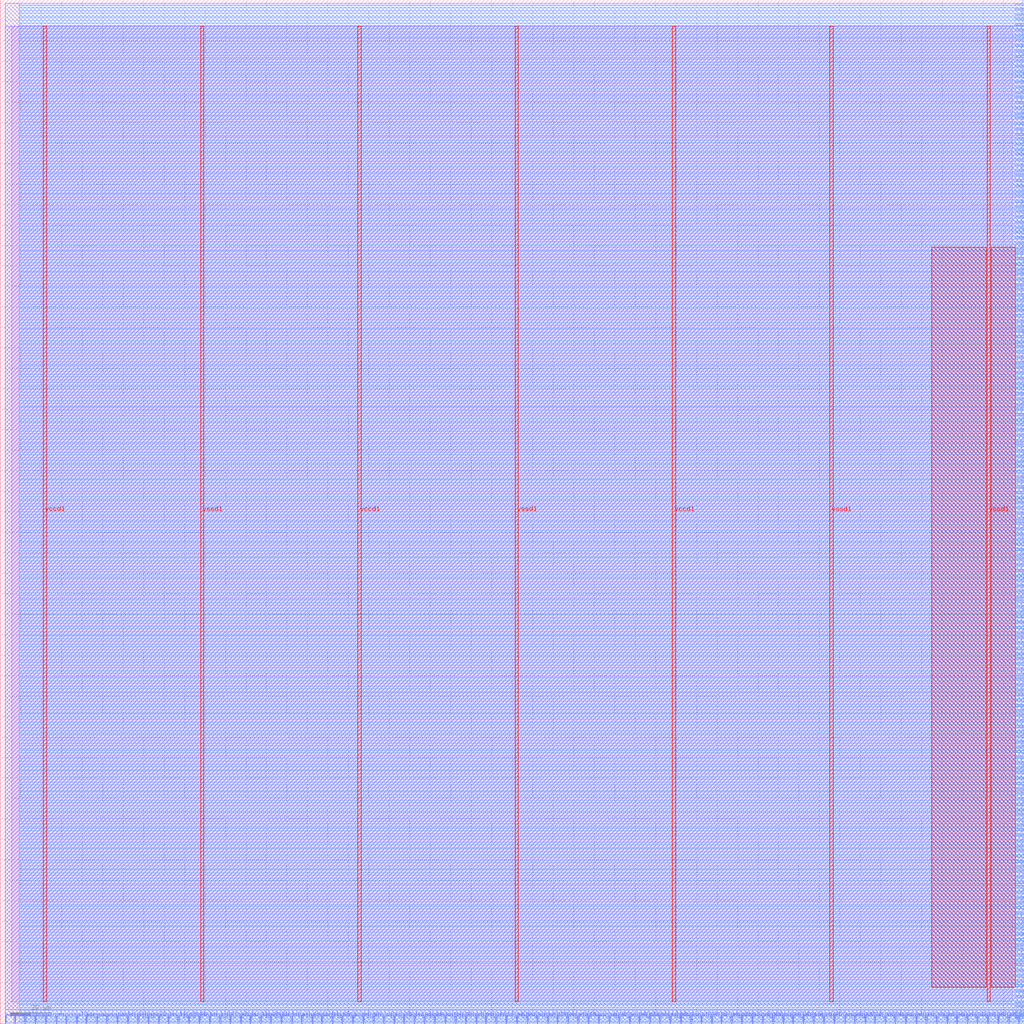
<source format=lef>
VERSION 5.7 ;
  NOWIREEXTENSIONATPIN ON ;
  DIVIDERCHAR "/" ;
  BUSBITCHARS "[]" ;
MACRO Video
  CLASS BLOCK ;
  FOREIGN Video ;
  ORIGIN 0.000 0.000 ;
  SIZE 500.000 BY 500.000 ;
  PIN sram0_csb0
    DIRECTION OUTPUT TRISTATE ;
    USE SIGNAL ;
    PORT
      LAYER met3 ;
        RECT 496.000 20.440 500.000 21.040 ;
    END
  END sram0_csb0
  PIN sram0_csb1
    DIRECTION OUTPUT TRISTATE ;
    USE SIGNAL ;
    PORT
      LAYER met3 ;
        RECT 496.000 23.160 500.000 23.760 ;
    END
  END sram0_csb1
  PIN sram0_dout0[0]
    DIRECTION INPUT ;
    USE SIGNAL ;
    PORT
      LAYER met3 ;
        RECT 496.000 38.120 500.000 38.720 ;
    END
  END sram0_dout0[0]
  PIN sram0_dout0[10]
    DIRECTION INPUT ;
    USE SIGNAL ;
    PORT
      LAYER met3 ;
        RECT 496.000 221.040 500.000 221.640 ;
    END
  END sram0_dout0[10]
  PIN sram0_dout0[11]
    DIRECTION INPUT ;
    USE SIGNAL ;
    PORT
      LAYER met3 ;
        RECT 496.000 233.960 500.000 234.560 ;
    END
  END sram0_dout0[11]
  PIN sram0_dout0[12]
    DIRECTION INPUT ;
    USE SIGNAL ;
    PORT
      LAYER met3 ;
        RECT 496.000 246.200 500.000 246.800 ;
    END
  END sram0_dout0[12]
  PIN sram0_dout0[13]
    DIRECTION INPUT ;
    USE SIGNAL ;
    PORT
      LAYER met3 ;
        RECT 496.000 259.120 500.000 259.720 ;
    END
  END sram0_dout0[13]
  PIN sram0_dout0[14]
    DIRECTION INPUT ;
    USE SIGNAL ;
    PORT
      LAYER met3 ;
        RECT 496.000 272.040 500.000 272.640 ;
    END
  END sram0_dout0[14]
  PIN sram0_dout0[15]
    DIRECTION INPUT ;
    USE SIGNAL ;
    PORT
      LAYER met3 ;
        RECT 496.000 284.280 500.000 284.880 ;
    END
  END sram0_dout0[15]
  PIN sram0_dout0[16]
    DIRECTION INPUT ;
    USE SIGNAL ;
    PORT
      LAYER met3 ;
        RECT 496.000 297.200 500.000 297.800 ;
    END
  END sram0_dout0[16]
  PIN sram0_dout0[17]
    DIRECTION INPUT ;
    USE SIGNAL ;
    PORT
      LAYER met3 ;
        RECT 496.000 310.120 500.000 310.720 ;
    END
  END sram0_dout0[17]
  PIN sram0_dout0[18]
    DIRECTION INPUT ;
    USE SIGNAL ;
    PORT
      LAYER met3 ;
        RECT 496.000 322.360 500.000 322.960 ;
    END
  END sram0_dout0[18]
  PIN sram0_dout0[19]
    DIRECTION INPUT ;
    USE SIGNAL ;
    PORT
      LAYER met3 ;
        RECT 496.000 335.280 500.000 335.880 ;
    END
  END sram0_dout0[19]
  PIN sram0_dout0[1]
    DIRECTION INPUT ;
    USE SIGNAL ;
    PORT
      LAYER met3 ;
        RECT 496.000 58.520 500.000 59.120 ;
    END
  END sram0_dout0[1]
  PIN sram0_dout0[20]
    DIRECTION INPUT ;
    USE SIGNAL ;
    PORT
      LAYER met3 ;
        RECT 496.000 348.200 500.000 348.800 ;
    END
  END sram0_dout0[20]
  PIN sram0_dout0[21]
    DIRECTION INPUT ;
    USE SIGNAL ;
    PORT
      LAYER met3 ;
        RECT 496.000 360.440 500.000 361.040 ;
    END
  END sram0_dout0[21]
  PIN sram0_dout0[22]
    DIRECTION INPUT ;
    USE SIGNAL ;
    PORT
      LAYER met3 ;
        RECT 496.000 373.360 500.000 373.960 ;
    END
  END sram0_dout0[22]
  PIN sram0_dout0[23]
    DIRECTION INPUT ;
    USE SIGNAL ;
    PORT
      LAYER met3 ;
        RECT 496.000 386.280 500.000 386.880 ;
    END
  END sram0_dout0[23]
  PIN sram0_dout0[24]
    DIRECTION INPUT ;
    USE SIGNAL ;
    PORT
      LAYER met3 ;
        RECT 496.000 398.520 500.000 399.120 ;
    END
  END sram0_dout0[24]
  PIN sram0_dout0[25]
    DIRECTION INPUT ;
    USE SIGNAL ;
    PORT
      LAYER met3 ;
        RECT 496.000 411.440 500.000 412.040 ;
    END
  END sram0_dout0[25]
  PIN sram0_dout0[26]
    DIRECTION INPUT ;
    USE SIGNAL ;
    PORT
      LAYER met3 ;
        RECT 496.000 424.360 500.000 424.960 ;
    END
  END sram0_dout0[26]
  PIN sram0_dout0[27]
    DIRECTION INPUT ;
    USE SIGNAL ;
    PORT
      LAYER met3 ;
        RECT 496.000 436.600 500.000 437.200 ;
    END
  END sram0_dout0[27]
  PIN sram0_dout0[28]
    DIRECTION INPUT ;
    USE SIGNAL ;
    PORT
      LAYER met3 ;
        RECT 496.000 449.520 500.000 450.120 ;
    END
  END sram0_dout0[28]
  PIN sram0_dout0[29]
    DIRECTION INPUT ;
    USE SIGNAL ;
    PORT
      LAYER met3 ;
        RECT 496.000 462.440 500.000 463.040 ;
    END
  END sram0_dout0[29]
  PIN sram0_dout0[2]
    DIRECTION INPUT ;
    USE SIGNAL ;
    PORT
      LAYER met3 ;
        RECT 496.000 78.920 500.000 79.520 ;
    END
  END sram0_dout0[2]
  PIN sram0_dout0[30]
    DIRECTION INPUT ;
    USE SIGNAL ;
    PORT
      LAYER met3 ;
        RECT 496.000 474.680 500.000 475.280 ;
    END
  END sram0_dout0[30]
  PIN sram0_dout0[31]
    DIRECTION INPUT ;
    USE SIGNAL ;
    PORT
      LAYER met3 ;
        RECT 496.000 487.600 500.000 488.200 ;
    END
  END sram0_dout0[31]
  PIN sram0_dout0[3]
    DIRECTION INPUT ;
    USE SIGNAL ;
    PORT
      LAYER met3 ;
        RECT 496.000 99.320 500.000 99.920 ;
    END
  END sram0_dout0[3]
  PIN sram0_dout0[4]
    DIRECTION INPUT ;
    USE SIGNAL ;
    PORT
      LAYER met3 ;
        RECT 496.000 119.720 500.000 120.320 ;
    END
  END sram0_dout0[4]
  PIN sram0_dout0[5]
    DIRECTION INPUT ;
    USE SIGNAL ;
    PORT
      LAYER met3 ;
        RECT 496.000 137.400 500.000 138.000 ;
    END
  END sram0_dout0[5]
  PIN sram0_dout0[6]
    DIRECTION INPUT ;
    USE SIGNAL ;
    PORT
      LAYER met3 ;
        RECT 496.000 155.080 500.000 155.680 ;
    END
  END sram0_dout0[6]
  PIN sram0_dout0[7]
    DIRECTION INPUT ;
    USE SIGNAL ;
    PORT
      LAYER met3 ;
        RECT 496.000 172.760 500.000 173.360 ;
    END
  END sram0_dout0[7]
  PIN sram0_dout0[8]
    DIRECTION INPUT ;
    USE SIGNAL ;
    PORT
      LAYER met3 ;
        RECT 496.000 190.440 500.000 191.040 ;
    END
  END sram0_dout0[8]
  PIN sram0_dout0[9]
    DIRECTION INPUT ;
    USE SIGNAL ;
    PORT
      LAYER met3 ;
        RECT 496.000 208.120 500.000 208.720 ;
    END
  END sram0_dout0[9]
  PIN sram0_dout1[0]
    DIRECTION INPUT ;
    USE SIGNAL ;
    PORT
      LAYER met3 ;
        RECT 496.000 40.840 500.000 41.440 ;
    END
  END sram0_dout1[0]
  PIN sram0_dout1[10]
    DIRECTION INPUT ;
    USE SIGNAL ;
    PORT
      LAYER met3 ;
        RECT 496.000 223.760 500.000 224.360 ;
    END
  END sram0_dout1[10]
  PIN sram0_dout1[11]
    DIRECTION INPUT ;
    USE SIGNAL ;
    PORT
      LAYER met3 ;
        RECT 496.000 236.000 500.000 236.600 ;
    END
  END sram0_dout1[11]
  PIN sram0_dout1[12]
    DIRECTION INPUT ;
    USE SIGNAL ;
    PORT
      LAYER met3 ;
        RECT 496.000 248.920 500.000 249.520 ;
    END
  END sram0_dout1[12]
  PIN sram0_dout1[13]
    DIRECTION INPUT ;
    USE SIGNAL ;
    PORT
      LAYER met3 ;
        RECT 496.000 261.840 500.000 262.440 ;
    END
  END sram0_dout1[13]
  PIN sram0_dout1[14]
    DIRECTION INPUT ;
    USE SIGNAL ;
    PORT
      LAYER met3 ;
        RECT 496.000 274.080 500.000 274.680 ;
    END
  END sram0_dout1[14]
  PIN sram0_dout1[15]
    DIRECTION INPUT ;
    USE SIGNAL ;
    PORT
      LAYER met3 ;
        RECT 496.000 287.000 500.000 287.600 ;
    END
  END sram0_dout1[15]
  PIN sram0_dout1[16]
    DIRECTION INPUT ;
    USE SIGNAL ;
    PORT
      LAYER met3 ;
        RECT 496.000 299.920 500.000 300.520 ;
    END
  END sram0_dout1[16]
  PIN sram0_dout1[17]
    DIRECTION INPUT ;
    USE SIGNAL ;
    PORT
      LAYER met3 ;
        RECT 496.000 312.160 500.000 312.760 ;
    END
  END sram0_dout1[17]
  PIN sram0_dout1[18]
    DIRECTION INPUT ;
    USE SIGNAL ;
    PORT
      LAYER met3 ;
        RECT 496.000 325.080 500.000 325.680 ;
    END
  END sram0_dout1[18]
  PIN sram0_dout1[19]
    DIRECTION INPUT ;
    USE SIGNAL ;
    PORT
      LAYER met3 ;
        RECT 496.000 338.000 500.000 338.600 ;
    END
  END sram0_dout1[19]
  PIN sram0_dout1[1]
    DIRECTION INPUT ;
    USE SIGNAL ;
    PORT
      LAYER met3 ;
        RECT 496.000 61.240 500.000 61.840 ;
    END
  END sram0_dout1[1]
  PIN sram0_dout1[20]
    DIRECTION INPUT ;
    USE SIGNAL ;
    PORT
      LAYER met3 ;
        RECT 496.000 350.240 500.000 350.840 ;
    END
  END sram0_dout1[20]
  PIN sram0_dout1[21]
    DIRECTION INPUT ;
    USE SIGNAL ;
    PORT
      LAYER met3 ;
        RECT 496.000 363.160 500.000 363.760 ;
    END
  END sram0_dout1[21]
  PIN sram0_dout1[22]
    DIRECTION INPUT ;
    USE SIGNAL ;
    PORT
      LAYER met3 ;
        RECT 496.000 376.080 500.000 376.680 ;
    END
  END sram0_dout1[22]
  PIN sram0_dout1[23]
    DIRECTION INPUT ;
    USE SIGNAL ;
    PORT
      LAYER met3 ;
        RECT 496.000 388.320 500.000 388.920 ;
    END
  END sram0_dout1[23]
  PIN sram0_dout1[24]
    DIRECTION INPUT ;
    USE SIGNAL ;
    PORT
      LAYER met3 ;
        RECT 496.000 401.240 500.000 401.840 ;
    END
  END sram0_dout1[24]
  PIN sram0_dout1[25]
    DIRECTION INPUT ;
    USE SIGNAL ;
    PORT
      LAYER met3 ;
        RECT 496.000 414.160 500.000 414.760 ;
    END
  END sram0_dout1[25]
  PIN sram0_dout1[26]
    DIRECTION INPUT ;
    USE SIGNAL ;
    PORT
      LAYER met3 ;
        RECT 496.000 426.400 500.000 427.000 ;
    END
  END sram0_dout1[26]
  PIN sram0_dout1[27]
    DIRECTION INPUT ;
    USE SIGNAL ;
    PORT
      LAYER met3 ;
        RECT 496.000 439.320 500.000 439.920 ;
    END
  END sram0_dout1[27]
  PIN sram0_dout1[28]
    DIRECTION INPUT ;
    USE SIGNAL ;
    PORT
      LAYER met3 ;
        RECT 496.000 452.240 500.000 452.840 ;
    END
  END sram0_dout1[28]
  PIN sram0_dout1[29]
    DIRECTION INPUT ;
    USE SIGNAL ;
    PORT
      LAYER met3 ;
        RECT 496.000 464.480 500.000 465.080 ;
    END
  END sram0_dout1[29]
  PIN sram0_dout1[2]
    DIRECTION INPUT ;
    USE SIGNAL ;
    PORT
      LAYER met3 ;
        RECT 496.000 81.640 500.000 82.240 ;
    END
  END sram0_dout1[2]
  PIN sram0_dout1[30]
    DIRECTION INPUT ;
    USE SIGNAL ;
    PORT
      LAYER met3 ;
        RECT 496.000 477.400 500.000 478.000 ;
    END
  END sram0_dout1[30]
  PIN sram0_dout1[31]
    DIRECTION INPUT ;
    USE SIGNAL ;
    PORT
      LAYER met3 ;
        RECT 496.000 490.320 500.000 490.920 ;
    END
  END sram0_dout1[31]
  PIN sram0_dout1[3]
    DIRECTION INPUT ;
    USE SIGNAL ;
    PORT
      LAYER met3 ;
        RECT 496.000 102.040 500.000 102.640 ;
    END
  END sram0_dout1[3]
  PIN sram0_dout1[4]
    DIRECTION INPUT ;
    USE SIGNAL ;
    PORT
      LAYER met3 ;
        RECT 496.000 122.440 500.000 123.040 ;
    END
  END sram0_dout1[4]
  PIN sram0_dout1[5]
    DIRECTION INPUT ;
    USE SIGNAL ;
    PORT
      LAYER met3 ;
        RECT 496.000 140.120 500.000 140.720 ;
    END
  END sram0_dout1[5]
  PIN sram0_dout1[6]
    DIRECTION INPUT ;
    USE SIGNAL ;
    PORT
      LAYER met3 ;
        RECT 496.000 157.800 500.000 158.400 ;
    END
  END sram0_dout1[6]
  PIN sram0_dout1[7]
    DIRECTION INPUT ;
    USE SIGNAL ;
    PORT
      LAYER met3 ;
        RECT 496.000 175.480 500.000 176.080 ;
    END
  END sram0_dout1[7]
  PIN sram0_dout1[8]
    DIRECTION INPUT ;
    USE SIGNAL ;
    PORT
      LAYER met3 ;
        RECT 496.000 193.160 500.000 193.760 ;
    END
  END sram0_dout1[8]
  PIN sram0_dout1[9]
    DIRECTION INPUT ;
    USE SIGNAL ;
    PORT
      LAYER met3 ;
        RECT 496.000 210.840 500.000 211.440 ;
    END
  END sram0_dout1[9]
  PIN sram1_csb0
    DIRECTION OUTPUT TRISTATE ;
    USE SIGNAL ;
    PORT
      LAYER met3 ;
        RECT 496.000 25.880 500.000 26.480 ;
    END
  END sram1_csb0
  PIN sram1_csb1
    DIRECTION OUTPUT TRISTATE ;
    USE SIGNAL ;
    PORT
      LAYER met3 ;
        RECT 496.000 28.600 500.000 29.200 ;
    END
  END sram1_csb1
  PIN sram1_dout0[0]
    DIRECTION INPUT ;
    USE SIGNAL ;
    PORT
      LAYER met3 ;
        RECT 496.000 43.560 500.000 44.160 ;
    END
  END sram1_dout0[0]
  PIN sram1_dout0[10]
    DIRECTION INPUT ;
    USE SIGNAL ;
    PORT
      LAYER met3 ;
        RECT 496.000 226.480 500.000 227.080 ;
    END
  END sram1_dout0[10]
  PIN sram1_dout0[11]
    DIRECTION INPUT ;
    USE SIGNAL ;
    PORT
      LAYER met3 ;
        RECT 496.000 238.720 500.000 239.320 ;
    END
  END sram1_dout0[11]
  PIN sram1_dout0[12]
    DIRECTION INPUT ;
    USE SIGNAL ;
    PORT
      LAYER met3 ;
        RECT 496.000 251.640 500.000 252.240 ;
    END
  END sram1_dout0[12]
  PIN sram1_dout0[13]
    DIRECTION INPUT ;
    USE SIGNAL ;
    PORT
      LAYER met3 ;
        RECT 496.000 264.560 500.000 265.160 ;
    END
  END sram1_dout0[13]
  PIN sram1_dout0[14]
    DIRECTION INPUT ;
    USE SIGNAL ;
    PORT
      LAYER met3 ;
        RECT 496.000 276.800 500.000 277.400 ;
    END
  END sram1_dout0[14]
  PIN sram1_dout0[15]
    DIRECTION INPUT ;
    USE SIGNAL ;
    PORT
      LAYER met3 ;
        RECT 496.000 289.720 500.000 290.320 ;
    END
  END sram1_dout0[15]
  PIN sram1_dout0[16]
    DIRECTION INPUT ;
    USE SIGNAL ;
    PORT
      LAYER met3 ;
        RECT 496.000 301.960 500.000 302.560 ;
    END
  END sram1_dout0[16]
  PIN sram1_dout0[17]
    DIRECTION INPUT ;
    USE SIGNAL ;
    PORT
      LAYER met3 ;
        RECT 496.000 314.880 500.000 315.480 ;
    END
  END sram1_dout0[17]
  PIN sram1_dout0[18]
    DIRECTION INPUT ;
    USE SIGNAL ;
    PORT
      LAYER met3 ;
        RECT 496.000 327.800 500.000 328.400 ;
    END
  END sram1_dout0[18]
  PIN sram1_dout0[19]
    DIRECTION INPUT ;
    USE SIGNAL ;
    PORT
      LAYER met3 ;
        RECT 496.000 340.040 500.000 340.640 ;
    END
  END sram1_dout0[19]
  PIN sram1_dout0[1]
    DIRECTION INPUT ;
    USE SIGNAL ;
    PORT
      LAYER met3 ;
        RECT 496.000 63.960 500.000 64.560 ;
    END
  END sram1_dout0[1]
  PIN sram1_dout0[20]
    DIRECTION INPUT ;
    USE SIGNAL ;
    PORT
      LAYER met3 ;
        RECT 496.000 352.960 500.000 353.560 ;
    END
  END sram1_dout0[20]
  PIN sram1_dout0[21]
    DIRECTION INPUT ;
    USE SIGNAL ;
    PORT
      LAYER met3 ;
        RECT 496.000 365.880 500.000 366.480 ;
    END
  END sram1_dout0[21]
  PIN sram1_dout0[22]
    DIRECTION INPUT ;
    USE SIGNAL ;
    PORT
      LAYER met3 ;
        RECT 496.000 378.120 500.000 378.720 ;
    END
  END sram1_dout0[22]
  PIN sram1_dout0[23]
    DIRECTION INPUT ;
    USE SIGNAL ;
    PORT
      LAYER met3 ;
        RECT 496.000 391.040 500.000 391.640 ;
    END
  END sram1_dout0[23]
  PIN sram1_dout0[24]
    DIRECTION INPUT ;
    USE SIGNAL ;
    PORT
      LAYER met3 ;
        RECT 496.000 403.960 500.000 404.560 ;
    END
  END sram1_dout0[24]
  PIN sram1_dout0[25]
    DIRECTION INPUT ;
    USE SIGNAL ;
    PORT
      LAYER met3 ;
        RECT 496.000 416.200 500.000 416.800 ;
    END
  END sram1_dout0[25]
  PIN sram1_dout0[26]
    DIRECTION INPUT ;
    USE SIGNAL ;
    PORT
      LAYER met3 ;
        RECT 496.000 429.120 500.000 429.720 ;
    END
  END sram1_dout0[26]
  PIN sram1_dout0[27]
    DIRECTION INPUT ;
    USE SIGNAL ;
    PORT
      LAYER met3 ;
        RECT 496.000 442.040 500.000 442.640 ;
    END
  END sram1_dout0[27]
  PIN sram1_dout0[28]
    DIRECTION INPUT ;
    USE SIGNAL ;
    PORT
      LAYER met3 ;
        RECT 496.000 454.280 500.000 454.880 ;
    END
  END sram1_dout0[28]
  PIN sram1_dout0[29]
    DIRECTION INPUT ;
    USE SIGNAL ;
    PORT
      LAYER met3 ;
        RECT 496.000 467.200 500.000 467.800 ;
    END
  END sram1_dout0[29]
  PIN sram1_dout0[2]
    DIRECTION INPUT ;
    USE SIGNAL ;
    PORT
      LAYER met3 ;
        RECT 496.000 84.360 500.000 84.960 ;
    END
  END sram1_dout0[2]
  PIN sram1_dout0[30]
    DIRECTION INPUT ;
    USE SIGNAL ;
    PORT
      LAYER met3 ;
        RECT 496.000 480.120 500.000 480.720 ;
    END
  END sram1_dout0[30]
  PIN sram1_dout0[31]
    DIRECTION INPUT ;
    USE SIGNAL ;
    PORT
      LAYER met3 ;
        RECT 496.000 492.360 500.000 492.960 ;
    END
  END sram1_dout0[31]
  PIN sram1_dout0[3]
    DIRECTION INPUT ;
    USE SIGNAL ;
    PORT
      LAYER met3 ;
        RECT 496.000 104.080 500.000 104.680 ;
    END
  END sram1_dout0[3]
  PIN sram1_dout0[4]
    DIRECTION INPUT ;
    USE SIGNAL ;
    PORT
      LAYER met3 ;
        RECT 496.000 124.480 500.000 125.080 ;
    END
  END sram1_dout0[4]
  PIN sram1_dout0[5]
    DIRECTION INPUT ;
    USE SIGNAL ;
    PORT
      LAYER met3 ;
        RECT 496.000 142.160 500.000 142.760 ;
    END
  END sram1_dout0[5]
  PIN sram1_dout0[6]
    DIRECTION INPUT ;
    USE SIGNAL ;
    PORT
      LAYER met3 ;
        RECT 496.000 160.520 500.000 161.120 ;
    END
  END sram1_dout0[6]
  PIN sram1_dout0[7]
    DIRECTION INPUT ;
    USE SIGNAL ;
    PORT
      LAYER met3 ;
        RECT 496.000 178.200 500.000 178.800 ;
    END
  END sram1_dout0[7]
  PIN sram1_dout0[8]
    DIRECTION INPUT ;
    USE SIGNAL ;
    PORT
      LAYER met3 ;
        RECT 496.000 195.880 500.000 196.480 ;
    END
  END sram1_dout0[8]
  PIN sram1_dout0[9]
    DIRECTION INPUT ;
    USE SIGNAL ;
    PORT
      LAYER met3 ;
        RECT 496.000 213.560 500.000 214.160 ;
    END
  END sram1_dout0[9]
  PIN sram1_dout1[0]
    DIRECTION INPUT ;
    USE SIGNAL ;
    PORT
      LAYER met3 ;
        RECT 496.000 46.280 500.000 46.880 ;
    END
  END sram1_dout1[0]
  PIN sram1_dout1[10]
    DIRECTION INPUT ;
    USE SIGNAL ;
    PORT
      LAYER met3 ;
        RECT 496.000 228.520 500.000 229.120 ;
    END
  END sram1_dout1[10]
  PIN sram1_dout1[11]
    DIRECTION INPUT ;
    USE SIGNAL ;
    PORT
      LAYER met3 ;
        RECT 496.000 241.440 500.000 242.040 ;
    END
  END sram1_dout1[11]
  PIN sram1_dout1[12]
    DIRECTION INPUT ;
    USE SIGNAL ;
    PORT
      LAYER met3 ;
        RECT 496.000 254.360 500.000 254.960 ;
    END
  END sram1_dout1[12]
  PIN sram1_dout1[13]
    DIRECTION INPUT ;
    USE SIGNAL ;
    PORT
      LAYER met3 ;
        RECT 496.000 266.600 500.000 267.200 ;
    END
  END sram1_dout1[13]
  PIN sram1_dout1[14]
    DIRECTION INPUT ;
    USE SIGNAL ;
    PORT
      LAYER met3 ;
        RECT 496.000 279.520 500.000 280.120 ;
    END
  END sram1_dout1[14]
  PIN sram1_dout1[15]
    DIRECTION INPUT ;
    USE SIGNAL ;
    PORT
      LAYER met3 ;
        RECT 496.000 292.440 500.000 293.040 ;
    END
  END sram1_dout1[15]
  PIN sram1_dout1[16]
    DIRECTION INPUT ;
    USE SIGNAL ;
    PORT
      LAYER met3 ;
        RECT 496.000 304.680 500.000 305.280 ;
    END
  END sram1_dout1[16]
  PIN sram1_dout1[17]
    DIRECTION INPUT ;
    USE SIGNAL ;
    PORT
      LAYER met3 ;
        RECT 496.000 317.600 500.000 318.200 ;
    END
  END sram1_dout1[17]
  PIN sram1_dout1[18]
    DIRECTION INPUT ;
    USE SIGNAL ;
    PORT
      LAYER met3 ;
        RECT 496.000 330.520 500.000 331.120 ;
    END
  END sram1_dout1[18]
  PIN sram1_dout1[19]
    DIRECTION INPUT ;
    USE SIGNAL ;
    PORT
      LAYER met3 ;
        RECT 496.000 342.760 500.000 343.360 ;
    END
  END sram1_dout1[19]
  PIN sram1_dout1[1]
    DIRECTION INPUT ;
    USE SIGNAL ;
    PORT
      LAYER met3 ;
        RECT 496.000 66.680 500.000 67.280 ;
    END
  END sram1_dout1[1]
  PIN sram1_dout1[20]
    DIRECTION INPUT ;
    USE SIGNAL ;
    PORT
      LAYER met3 ;
        RECT 496.000 355.680 500.000 356.280 ;
    END
  END sram1_dout1[20]
  PIN sram1_dout1[21]
    DIRECTION INPUT ;
    USE SIGNAL ;
    PORT
      LAYER met3 ;
        RECT 496.000 367.920 500.000 368.520 ;
    END
  END sram1_dout1[21]
  PIN sram1_dout1[22]
    DIRECTION INPUT ;
    USE SIGNAL ;
    PORT
      LAYER met3 ;
        RECT 496.000 380.840 500.000 381.440 ;
    END
  END sram1_dout1[22]
  PIN sram1_dout1[23]
    DIRECTION INPUT ;
    USE SIGNAL ;
    PORT
      LAYER met3 ;
        RECT 496.000 393.760 500.000 394.360 ;
    END
  END sram1_dout1[23]
  PIN sram1_dout1[24]
    DIRECTION INPUT ;
    USE SIGNAL ;
    PORT
      LAYER met3 ;
        RECT 496.000 406.000 500.000 406.600 ;
    END
  END sram1_dout1[24]
  PIN sram1_dout1[25]
    DIRECTION INPUT ;
    USE SIGNAL ;
    PORT
      LAYER met3 ;
        RECT 496.000 418.920 500.000 419.520 ;
    END
  END sram1_dout1[25]
  PIN sram1_dout1[26]
    DIRECTION INPUT ;
    USE SIGNAL ;
    PORT
      LAYER met3 ;
        RECT 496.000 431.840 500.000 432.440 ;
    END
  END sram1_dout1[26]
  PIN sram1_dout1[27]
    DIRECTION INPUT ;
    USE SIGNAL ;
    PORT
      LAYER met3 ;
        RECT 496.000 444.080 500.000 444.680 ;
    END
  END sram1_dout1[27]
  PIN sram1_dout1[28]
    DIRECTION INPUT ;
    USE SIGNAL ;
    PORT
      LAYER met3 ;
        RECT 496.000 457.000 500.000 457.600 ;
    END
  END sram1_dout1[28]
  PIN sram1_dout1[29]
    DIRECTION INPUT ;
    USE SIGNAL ;
    PORT
      LAYER met3 ;
        RECT 496.000 469.920 500.000 470.520 ;
    END
  END sram1_dout1[29]
  PIN sram1_dout1[2]
    DIRECTION INPUT ;
    USE SIGNAL ;
    PORT
      LAYER met3 ;
        RECT 496.000 86.400 500.000 87.000 ;
    END
  END sram1_dout1[2]
  PIN sram1_dout1[30]
    DIRECTION INPUT ;
    USE SIGNAL ;
    PORT
      LAYER met3 ;
        RECT 496.000 482.160 500.000 482.760 ;
    END
  END sram1_dout1[30]
  PIN sram1_dout1[31]
    DIRECTION INPUT ;
    USE SIGNAL ;
    PORT
      LAYER met3 ;
        RECT 496.000 495.080 500.000 495.680 ;
    END
  END sram1_dout1[31]
  PIN sram1_dout1[3]
    DIRECTION INPUT ;
    USE SIGNAL ;
    PORT
      LAYER met3 ;
        RECT 496.000 106.800 500.000 107.400 ;
    END
  END sram1_dout1[3]
  PIN sram1_dout1[4]
    DIRECTION INPUT ;
    USE SIGNAL ;
    PORT
      LAYER met3 ;
        RECT 496.000 127.200 500.000 127.800 ;
    END
  END sram1_dout1[4]
  PIN sram1_dout1[5]
    DIRECTION INPUT ;
    USE SIGNAL ;
    PORT
      LAYER met3 ;
        RECT 496.000 144.880 500.000 145.480 ;
    END
  END sram1_dout1[5]
  PIN sram1_dout1[6]
    DIRECTION INPUT ;
    USE SIGNAL ;
    PORT
      LAYER met3 ;
        RECT 496.000 162.560 500.000 163.160 ;
    END
  END sram1_dout1[6]
  PIN sram1_dout1[7]
    DIRECTION INPUT ;
    USE SIGNAL ;
    PORT
      LAYER met3 ;
        RECT 496.000 180.240 500.000 180.840 ;
    END
  END sram1_dout1[7]
  PIN sram1_dout1[8]
    DIRECTION INPUT ;
    USE SIGNAL ;
    PORT
      LAYER met3 ;
        RECT 496.000 198.600 500.000 199.200 ;
    END
  END sram1_dout1[8]
  PIN sram1_dout1[9]
    DIRECTION INPUT ;
    USE SIGNAL ;
    PORT
      LAYER met3 ;
        RECT 496.000 216.280 500.000 216.880 ;
    END
  END sram1_dout1[9]
  PIN sram_addr0[0]
    DIRECTION OUTPUT TRISTATE ;
    USE SIGNAL ;
    PORT
      LAYER met3 ;
        RECT 496.000 48.320 500.000 48.920 ;
    END
  END sram_addr0[0]
  PIN sram_addr0[1]
    DIRECTION OUTPUT TRISTATE ;
    USE SIGNAL ;
    PORT
      LAYER met3 ;
        RECT 496.000 68.720 500.000 69.320 ;
    END
  END sram_addr0[1]
  PIN sram_addr0[2]
    DIRECTION OUTPUT TRISTATE ;
    USE SIGNAL ;
    PORT
      LAYER met3 ;
        RECT 496.000 89.120 500.000 89.720 ;
    END
  END sram_addr0[2]
  PIN sram_addr0[3]
    DIRECTION OUTPUT TRISTATE ;
    USE SIGNAL ;
    PORT
      LAYER met3 ;
        RECT 496.000 109.520 500.000 110.120 ;
    END
  END sram_addr0[3]
  PIN sram_addr0[4]
    DIRECTION OUTPUT TRISTATE ;
    USE SIGNAL ;
    PORT
      LAYER met3 ;
        RECT 496.000 129.920 500.000 130.520 ;
    END
  END sram_addr0[4]
  PIN sram_addr0[5]
    DIRECTION OUTPUT TRISTATE ;
    USE SIGNAL ;
    PORT
      LAYER met3 ;
        RECT 496.000 147.600 500.000 148.200 ;
    END
  END sram_addr0[5]
  PIN sram_addr0[6]
    DIRECTION OUTPUT TRISTATE ;
    USE SIGNAL ;
    PORT
      LAYER met3 ;
        RECT 496.000 165.280 500.000 165.880 ;
    END
  END sram_addr0[6]
  PIN sram_addr0[7]
    DIRECTION OUTPUT TRISTATE ;
    USE SIGNAL ;
    PORT
      LAYER met3 ;
        RECT 496.000 182.960 500.000 183.560 ;
    END
  END sram_addr0[7]
  PIN sram_addr0[8]
    DIRECTION OUTPUT TRISTATE ;
    USE SIGNAL ;
    PORT
      LAYER met3 ;
        RECT 496.000 200.640 500.000 201.240 ;
    END
  END sram_addr0[8]
  PIN sram_addr1[0]
    DIRECTION OUTPUT TRISTATE ;
    USE SIGNAL ;
    PORT
      LAYER met3 ;
        RECT 496.000 51.040 500.000 51.640 ;
    END
  END sram_addr1[0]
  PIN sram_addr1[1]
    DIRECTION OUTPUT TRISTATE ;
    USE SIGNAL ;
    PORT
      LAYER met3 ;
        RECT 496.000 71.440 500.000 72.040 ;
    END
  END sram_addr1[1]
  PIN sram_addr1[2]
    DIRECTION OUTPUT TRISTATE ;
    USE SIGNAL ;
    PORT
      LAYER met3 ;
        RECT 496.000 91.840 500.000 92.440 ;
    END
  END sram_addr1[2]
  PIN sram_addr1[3]
    DIRECTION OUTPUT TRISTATE ;
    USE SIGNAL ;
    PORT
      LAYER met3 ;
        RECT 496.000 112.240 500.000 112.840 ;
    END
  END sram_addr1[3]
  PIN sram_addr1[4]
    DIRECTION OUTPUT TRISTATE ;
    USE SIGNAL ;
    PORT
      LAYER met3 ;
        RECT 496.000 132.640 500.000 133.240 ;
    END
  END sram_addr1[4]
  PIN sram_addr1[5]
    DIRECTION OUTPUT TRISTATE ;
    USE SIGNAL ;
    PORT
      LAYER met3 ;
        RECT 496.000 150.320 500.000 150.920 ;
    END
  END sram_addr1[5]
  PIN sram_addr1[6]
    DIRECTION OUTPUT TRISTATE ;
    USE SIGNAL ;
    PORT
      LAYER met3 ;
        RECT 496.000 168.000 500.000 168.600 ;
    END
  END sram_addr1[6]
  PIN sram_addr1[7]
    DIRECTION OUTPUT TRISTATE ;
    USE SIGNAL ;
    PORT
      LAYER met3 ;
        RECT 496.000 185.680 500.000 186.280 ;
    END
  END sram_addr1[7]
  PIN sram_addr1[8]
    DIRECTION OUTPUT TRISTATE ;
    USE SIGNAL ;
    PORT
      LAYER met3 ;
        RECT 496.000 203.360 500.000 203.960 ;
    END
  END sram_addr1[8]
  PIN sram_clk0
    DIRECTION OUTPUT TRISTATE ;
    USE SIGNAL ;
    PORT
      LAYER met3 ;
        RECT 496.000 30.640 500.000 31.240 ;
    END
  END sram_clk0
  PIN sram_clk1
    DIRECTION OUTPUT TRISTATE ;
    USE SIGNAL ;
    PORT
      LAYER met3 ;
        RECT 496.000 33.360 500.000 33.960 ;
    END
  END sram_clk1
  PIN sram_din0[0]
    DIRECTION OUTPUT TRISTATE ;
    USE SIGNAL ;
    PORT
      LAYER met3 ;
        RECT 496.000 53.760 500.000 54.360 ;
    END
  END sram_din0[0]
  PIN sram_din0[10]
    DIRECTION OUTPUT TRISTATE ;
    USE SIGNAL ;
    PORT
      LAYER met3 ;
        RECT 496.000 231.240 500.000 231.840 ;
    END
  END sram_din0[10]
  PIN sram_din0[11]
    DIRECTION OUTPUT TRISTATE ;
    USE SIGNAL ;
    PORT
      LAYER met3 ;
        RECT 496.000 244.160 500.000 244.760 ;
    END
  END sram_din0[11]
  PIN sram_din0[12]
    DIRECTION OUTPUT TRISTATE ;
    USE SIGNAL ;
    PORT
      LAYER met3 ;
        RECT 496.000 256.400 500.000 257.000 ;
    END
  END sram_din0[12]
  PIN sram_din0[13]
    DIRECTION OUTPUT TRISTATE ;
    USE SIGNAL ;
    PORT
      LAYER met3 ;
        RECT 496.000 269.320 500.000 269.920 ;
    END
  END sram_din0[13]
  PIN sram_din0[14]
    DIRECTION OUTPUT TRISTATE ;
    USE SIGNAL ;
    PORT
      LAYER met3 ;
        RECT 496.000 282.240 500.000 282.840 ;
    END
  END sram_din0[14]
  PIN sram_din0[15]
    DIRECTION OUTPUT TRISTATE ;
    USE SIGNAL ;
    PORT
      LAYER met3 ;
        RECT 496.000 294.480 500.000 295.080 ;
    END
  END sram_din0[15]
  PIN sram_din0[16]
    DIRECTION OUTPUT TRISTATE ;
    USE SIGNAL ;
    PORT
      LAYER met3 ;
        RECT 496.000 307.400 500.000 308.000 ;
    END
  END sram_din0[16]
  PIN sram_din0[17]
    DIRECTION OUTPUT TRISTATE ;
    USE SIGNAL ;
    PORT
      LAYER met3 ;
        RECT 496.000 320.320 500.000 320.920 ;
    END
  END sram_din0[17]
  PIN sram_din0[18]
    DIRECTION OUTPUT TRISTATE ;
    USE SIGNAL ;
    PORT
      LAYER met3 ;
        RECT 496.000 332.560 500.000 333.160 ;
    END
  END sram_din0[18]
  PIN sram_din0[19]
    DIRECTION OUTPUT TRISTATE ;
    USE SIGNAL ;
    PORT
      LAYER met3 ;
        RECT 496.000 345.480 500.000 346.080 ;
    END
  END sram_din0[19]
  PIN sram_din0[1]
    DIRECTION OUTPUT TRISTATE ;
    USE SIGNAL ;
    PORT
      LAYER met3 ;
        RECT 496.000 74.160 500.000 74.760 ;
    END
  END sram_din0[1]
  PIN sram_din0[20]
    DIRECTION OUTPUT TRISTATE ;
    USE SIGNAL ;
    PORT
      LAYER met3 ;
        RECT 496.000 358.400 500.000 359.000 ;
    END
  END sram_din0[20]
  PIN sram_din0[21]
    DIRECTION OUTPUT TRISTATE ;
    USE SIGNAL ;
    PORT
      LAYER met3 ;
        RECT 496.000 370.640 500.000 371.240 ;
    END
  END sram_din0[21]
  PIN sram_din0[22]
    DIRECTION OUTPUT TRISTATE ;
    USE SIGNAL ;
    PORT
      LAYER met3 ;
        RECT 496.000 383.560 500.000 384.160 ;
    END
  END sram_din0[22]
  PIN sram_din0[23]
    DIRECTION OUTPUT TRISTATE ;
    USE SIGNAL ;
    PORT
      LAYER met3 ;
        RECT 496.000 396.480 500.000 397.080 ;
    END
  END sram_din0[23]
  PIN sram_din0[24]
    DIRECTION OUTPUT TRISTATE ;
    USE SIGNAL ;
    PORT
      LAYER met3 ;
        RECT 496.000 408.720 500.000 409.320 ;
    END
  END sram_din0[24]
  PIN sram_din0[25]
    DIRECTION OUTPUT TRISTATE ;
    USE SIGNAL ;
    PORT
      LAYER met3 ;
        RECT 496.000 421.640 500.000 422.240 ;
    END
  END sram_din0[25]
  PIN sram_din0[26]
    DIRECTION OUTPUT TRISTATE ;
    USE SIGNAL ;
    PORT
      LAYER met3 ;
        RECT 496.000 433.880 500.000 434.480 ;
    END
  END sram_din0[26]
  PIN sram_din0[27]
    DIRECTION OUTPUT TRISTATE ;
    USE SIGNAL ;
    PORT
      LAYER met3 ;
        RECT 496.000 446.800 500.000 447.400 ;
    END
  END sram_din0[27]
  PIN sram_din0[28]
    DIRECTION OUTPUT TRISTATE ;
    USE SIGNAL ;
    PORT
      LAYER met3 ;
        RECT 496.000 459.720 500.000 460.320 ;
    END
  END sram_din0[28]
  PIN sram_din0[29]
    DIRECTION OUTPUT TRISTATE ;
    USE SIGNAL ;
    PORT
      LAYER met3 ;
        RECT 496.000 471.960 500.000 472.560 ;
    END
  END sram_din0[29]
  PIN sram_din0[2]
    DIRECTION OUTPUT TRISTATE ;
    USE SIGNAL ;
    PORT
      LAYER met3 ;
        RECT 496.000 94.560 500.000 95.160 ;
    END
  END sram_din0[2]
  PIN sram_din0[30]
    DIRECTION OUTPUT TRISTATE ;
    USE SIGNAL ;
    PORT
      LAYER met3 ;
        RECT 496.000 484.880 500.000 485.480 ;
    END
  END sram_din0[30]
  PIN sram_din0[31]
    DIRECTION OUTPUT TRISTATE ;
    USE SIGNAL ;
    PORT
      LAYER met3 ;
        RECT 496.000 497.800 500.000 498.400 ;
    END
  END sram_din0[31]
  PIN sram_din0[3]
    DIRECTION OUTPUT TRISTATE ;
    USE SIGNAL ;
    PORT
      LAYER met3 ;
        RECT 496.000 114.280 500.000 114.880 ;
    END
  END sram_din0[3]
  PIN sram_din0[4]
    DIRECTION OUTPUT TRISTATE ;
    USE SIGNAL ;
    PORT
      LAYER met3 ;
        RECT 496.000 134.680 500.000 135.280 ;
    END
  END sram_din0[4]
  PIN sram_din0[5]
    DIRECTION OUTPUT TRISTATE ;
    USE SIGNAL ;
    PORT
      LAYER met3 ;
        RECT 496.000 152.360 500.000 152.960 ;
    END
  END sram_din0[5]
  PIN sram_din0[6]
    DIRECTION OUTPUT TRISTATE ;
    USE SIGNAL ;
    PORT
      LAYER met3 ;
        RECT 496.000 170.040 500.000 170.640 ;
    END
  END sram_din0[6]
  PIN sram_din0[7]
    DIRECTION OUTPUT TRISTATE ;
    USE SIGNAL ;
    PORT
      LAYER met3 ;
        RECT 496.000 188.400 500.000 189.000 ;
    END
  END sram_din0[7]
  PIN sram_din0[8]
    DIRECTION OUTPUT TRISTATE ;
    USE SIGNAL ;
    PORT
      LAYER met3 ;
        RECT 496.000 206.080 500.000 206.680 ;
    END
  END sram_din0[8]
  PIN sram_din0[9]
    DIRECTION OUTPUT TRISTATE ;
    USE SIGNAL ;
    PORT
      LAYER met3 ;
        RECT 496.000 218.320 500.000 218.920 ;
    END
  END sram_din0[9]
  PIN sram_web0
    DIRECTION OUTPUT TRISTATE ;
    USE SIGNAL ;
    PORT
      LAYER met3 ;
        RECT 496.000 36.080 500.000 36.680 ;
    END
  END sram_web0
  PIN sram_wmask0[0]
    DIRECTION OUTPUT TRISTATE ;
    USE SIGNAL ;
    PORT
      LAYER met3 ;
        RECT 496.000 56.480 500.000 57.080 ;
    END
  END sram_wmask0[0]
  PIN sram_wmask0[1]
    DIRECTION OUTPUT TRISTATE ;
    USE SIGNAL ;
    PORT
      LAYER met3 ;
        RECT 496.000 76.200 500.000 76.800 ;
    END
  END sram_wmask0[1]
  PIN sram_wmask0[2]
    DIRECTION OUTPUT TRISTATE ;
    USE SIGNAL ;
    PORT
      LAYER met3 ;
        RECT 496.000 96.600 500.000 97.200 ;
    END
  END sram_wmask0[2]
  PIN sram_wmask0[3]
    DIRECTION OUTPUT TRISTATE ;
    USE SIGNAL ;
    PORT
      LAYER met3 ;
        RECT 496.000 117.000 500.000 117.600 ;
    END
  END sram_wmask0[3]
  PIN vccd1
    DIRECTION INPUT ;
    USE POWER ;
    PORT
      LAYER met4 ;
        RECT 21.040 10.640 22.640 487.120 ;
    END
    PORT
      LAYER met4 ;
        RECT 174.640 10.640 176.240 487.120 ;
    END
    PORT
      LAYER met4 ;
        RECT 328.240 10.640 329.840 487.120 ;
    END
    PORT
      LAYER met4 ;
        RECT 481.840 10.640 483.440 487.120 ;
    END
  END vccd1
  PIN vga_b[0]
    DIRECTION OUTPUT TRISTATE ;
    USE SIGNAL ;
    PORT
      LAYER met3 ;
        RECT 496.000 5.480 500.000 6.080 ;
    END
  END vga_b[0]
  PIN vga_b[1]
    DIRECTION OUTPUT TRISTATE ;
    USE SIGNAL ;
    PORT
      LAYER met3 ;
        RECT 496.000 12.960 500.000 13.560 ;
    END
  END vga_b[1]
  PIN vga_g[0]
    DIRECTION OUTPUT TRISTATE ;
    USE SIGNAL ;
    PORT
      LAYER met3 ;
        RECT 496.000 8.200 500.000 8.800 ;
    END
  END vga_g[0]
  PIN vga_g[1]
    DIRECTION OUTPUT TRISTATE ;
    USE SIGNAL ;
    PORT
      LAYER met3 ;
        RECT 496.000 15.680 500.000 16.280 ;
    END
  END vga_g[1]
  PIN vga_hsync
    DIRECTION OUTPUT TRISTATE ;
    USE SIGNAL ;
    PORT
      LAYER met3 ;
        RECT 496.000 0.720 500.000 1.320 ;
    END
  END vga_hsync
  PIN vga_r[0]
    DIRECTION OUTPUT TRISTATE ;
    USE SIGNAL ;
    PORT
      LAYER met3 ;
        RECT 496.000 10.240 500.000 10.840 ;
    END
  END vga_r[0]
  PIN vga_r[1]
    DIRECTION OUTPUT TRISTATE ;
    USE SIGNAL ;
    PORT
      LAYER met3 ;
        RECT 496.000 18.400 500.000 19.000 ;
    END
  END vga_r[1]
  PIN vga_vsync
    DIRECTION OUTPUT TRISTATE ;
    USE SIGNAL ;
    PORT
      LAYER met3 ;
        RECT 496.000 2.760 500.000 3.360 ;
    END
  END vga_vsync
  PIN vssd1
    DIRECTION INPUT ;
    USE GROUND ;
    PORT
      LAYER met4 ;
        RECT 97.840 10.640 99.440 487.120 ;
    END
    PORT
      LAYER met4 ;
        RECT 251.440 10.640 253.040 487.120 ;
    END
    PORT
      LAYER met4 ;
        RECT 405.040 10.640 406.640 487.120 ;
    END
  END vssd1
  PIN wb_ack_o
    DIRECTION OUTPUT TRISTATE ;
    USE SIGNAL ;
    PORT
      LAYER met2 ;
        RECT 2.390 0.000 2.670 4.000 ;
    END
  END wb_ack_o
  PIN wb_adr_i[0]
    DIRECTION INPUT ;
    USE SIGNAL ;
    PORT
      LAYER met2 ;
        RECT 41.950 0.000 42.230 4.000 ;
    END
  END wb_adr_i[0]
  PIN wb_adr_i[10]
    DIRECTION INPUT ;
    USE SIGNAL ;
    PORT
      LAYER met2 ;
        RECT 212.150 0.000 212.430 4.000 ;
    END
  END wb_adr_i[10]
  PIN wb_adr_i[11]
    DIRECTION INPUT ;
    USE SIGNAL ;
    PORT
      LAYER met2 ;
        RECT 227.330 0.000 227.610 4.000 ;
    END
  END wb_adr_i[11]
  PIN wb_adr_i[12]
    DIRECTION INPUT ;
    USE SIGNAL ;
    PORT
      LAYER met2 ;
        RECT 242.050 0.000 242.330 4.000 ;
    END
  END wb_adr_i[12]
  PIN wb_adr_i[13]
    DIRECTION INPUT ;
    USE SIGNAL ;
    PORT
      LAYER met2 ;
        RECT 257.230 0.000 257.510 4.000 ;
    END
  END wb_adr_i[13]
  PIN wb_adr_i[14]
    DIRECTION INPUT ;
    USE SIGNAL ;
    PORT
      LAYER met2 ;
        RECT 271.950 0.000 272.230 4.000 ;
    END
  END wb_adr_i[14]
  PIN wb_adr_i[15]
    DIRECTION INPUT ;
    USE SIGNAL ;
    PORT
      LAYER met2 ;
        RECT 287.130 0.000 287.410 4.000 ;
    END
  END wb_adr_i[15]
  PIN wb_adr_i[16]
    DIRECTION INPUT ;
    USE SIGNAL ;
    PORT
      LAYER met2 ;
        RECT 302.310 0.000 302.590 4.000 ;
    END
  END wb_adr_i[16]
  PIN wb_adr_i[17]
    DIRECTION INPUT ;
    USE SIGNAL ;
    PORT
      LAYER met2 ;
        RECT 317.030 0.000 317.310 4.000 ;
    END
  END wb_adr_i[17]
  PIN wb_adr_i[18]
    DIRECTION INPUT ;
    USE SIGNAL ;
    PORT
      LAYER met2 ;
        RECT 332.210 0.000 332.490 4.000 ;
    END
  END wb_adr_i[18]
  PIN wb_adr_i[19]
    DIRECTION INPUT ;
    USE SIGNAL ;
    PORT
      LAYER met2 ;
        RECT 347.390 0.000 347.670 4.000 ;
    END
  END wb_adr_i[19]
  PIN wb_adr_i[1]
    DIRECTION INPUT ;
    USE SIGNAL ;
    PORT
      LAYER met2 ;
        RECT 62.190 0.000 62.470 4.000 ;
    END
  END wb_adr_i[1]
  PIN wb_adr_i[20]
    DIRECTION INPUT ;
    USE SIGNAL ;
    PORT
      LAYER met2 ;
        RECT 362.110 0.000 362.390 4.000 ;
    END
  END wb_adr_i[20]
  PIN wb_adr_i[21]
    DIRECTION INPUT ;
    USE SIGNAL ;
    PORT
      LAYER met2 ;
        RECT 377.290 0.000 377.570 4.000 ;
    END
  END wb_adr_i[21]
  PIN wb_adr_i[22]
    DIRECTION INPUT ;
    USE SIGNAL ;
    PORT
      LAYER met2 ;
        RECT 392.010 0.000 392.290 4.000 ;
    END
  END wb_adr_i[22]
  PIN wb_adr_i[23]
    DIRECTION INPUT ;
    USE SIGNAL ;
    PORT
      LAYER met2 ;
        RECT 407.190 0.000 407.470 4.000 ;
    END
  END wb_adr_i[23]
  PIN wb_adr_i[2]
    DIRECTION INPUT ;
    USE SIGNAL ;
    PORT
      LAYER met2 ;
        RECT 81.970 0.000 82.250 4.000 ;
    END
  END wb_adr_i[2]
  PIN wb_adr_i[3]
    DIRECTION INPUT ;
    USE SIGNAL ;
    PORT
      LAYER met2 ;
        RECT 102.210 0.000 102.490 4.000 ;
    END
  END wb_adr_i[3]
  PIN wb_adr_i[4]
    DIRECTION INPUT ;
    USE SIGNAL ;
    PORT
      LAYER met2 ;
        RECT 121.990 0.000 122.270 4.000 ;
    END
  END wb_adr_i[4]
  PIN wb_adr_i[5]
    DIRECTION INPUT ;
    USE SIGNAL ;
    PORT
      LAYER met2 ;
        RECT 137.170 0.000 137.450 4.000 ;
    END
  END wb_adr_i[5]
  PIN wb_adr_i[6]
    DIRECTION INPUT ;
    USE SIGNAL ;
    PORT
      LAYER met2 ;
        RECT 152.350 0.000 152.630 4.000 ;
    END
  END wb_adr_i[6]
  PIN wb_adr_i[7]
    DIRECTION INPUT ;
    USE SIGNAL ;
    PORT
      LAYER met2 ;
        RECT 167.070 0.000 167.350 4.000 ;
    END
  END wb_adr_i[7]
  PIN wb_adr_i[8]
    DIRECTION INPUT ;
    USE SIGNAL ;
    PORT
      LAYER met2 ;
        RECT 182.250 0.000 182.530 4.000 ;
    END
  END wb_adr_i[8]
  PIN wb_adr_i[9]
    DIRECTION INPUT ;
    USE SIGNAL ;
    PORT
      LAYER met2 ;
        RECT 196.970 0.000 197.250 4.000 ;
    END
  END wb_adr_i[9]
  PIN wb_clk_i
    DIRECTION INPUT ;
    USE SIGNAL ;
    PORT
      LAYER met2 ;
        RECT 6.990 0.000 7.270 4.000 ;
    END
  END wb_clk_i
  PIN wb_cyc_i
    DIRECTION INPUT ;
    USE SIGNAL ;
    PORT
      LAYER met2 ;
        RECT 12.050 0.000 12.330 4.000 ;
    END
  END wb_cyc_i
  PIN wb_data_i[0]
    DIRECTION INPUT ;
    USE SIGNAL ;
    PORT
      LAYER met2 ;
        RECT 47.010 0.000 47.290 4.000 ;
    END
  END wb_data_i[0]
  PIN wb_data_i[10]
    DIRECTION INPUT ;
    USE SIGNAL ;
    PORT
      LAYER met2 ;
        RECT 217.210 0.000 217.490 4.000 ;
    END
  END wb_data_i[10]
  PIN wb_data_i[11]
    DIRECTION INPUT ;
    USE SIGNAL ;
    PORT
      LAYER met2 ;
        RECT 232.390 0.000 232.670 4.000 ;
    END
  END wb_data_i[11]
  PIN wb_data_i[12]
    DIRECTION INPUT ;
    USE SIGNAL ;
    PORT
      LAYER met2 ;
        RECT 247.110 0.000 247.390 4.000 ;
    END
  END wb_data_i[12]
  PIN wb_data_i[13]
    DIRECTION INPUT ;
    USE SIGNAL ;
    PORT
      LAYER met2 ;
        RECT 262.290 0.000 262.570 4.000 ;
    END
  END wb_data_i[13]
  PIN wb_data_i[14]
    DIRECTION INPUT ;
    USE SIGNAL ;
    PORT
      LAYER met2 ;
        RECT 277.010 0.000 277.290 4.000 ;
    END
  END wb_data_i[14]
  PIN wb_data_i[15]
    DIRECTION INPUT ;
    USE SIGNAL ;
    PORT
      LAYER met2 ;
        RECT 292.190 0.000 292.470 4.000 ;
    END
  END wb_data_i[15]
  PIN wb_data_i[16]
    DIRECTION INPUT ;
    USE SIGNAL ;
    PORT
      LAYER met2 ;
        RECT 307.370 0.000 307.650 4.000 ;
    END
  END wb_data_i[16]
  PIN wb_data_i[17]
    DIRECTION INPUT ;
    USE SIGNAL ;
    PORT
      LAYER met2 ;
        RECT 322.090 0.000 322.370 4.000 ;
    END
  END wb_data_i[17]
  PIN wb_data_i[18]
    DIRECTION INPUT ;
    USE SIGNAL ;
    PORT
      LAYER met2 ;
        RECT 337.270 0.000 337.550 4.000 ;
    END
  END wb_data_i[18]
  PIN wb_data_i[19]
    DIRECTION INPUT ;
    USE SIGNAL ;
    PORT
      LAYER met2 ;
        RECT 351.990 0.000 352.270 4.000 ;
    END
  END wb_data_i[19]
  PIN wb_data_i[1]
    DIRECTION INPUT ;
    USE SIGNAL ;
    PORT
      LAYER met2 ;
        RECT 67.250 0.000 67.530 4.000 ;
    END
  END wb_data_i[1]
  PIN wb_data_i[20]
    DIRECTION INPUT ;
    USE SIGNAL ;
    PORT
      LAYER met2 ;
        RECT 367.170 0.000 367.450 4.000 ;
    END
  END wb_data_i[20]
  PIN wb_data_i[21]
    DIRECTION INPUT ;
    USE SIGNAL ;
    PORT
      LAYER met2 ;
        RECT 382.350 0.000 382.630 4.000 ;
    END
  END wb_data_i[21]
  PIN wb_data_i[22]
    DIRECTION INPUT ;
    USE SIGNAL ;
    PORT
      LAYER met2 ;
        RECT 397.070 0.000 397.350 4.000 ;
    END
  END wb_data_i[22]
  PIN wb_data_i[23]
    DIRECTION INPUT ;
    USE SIGNAL ;
    PORT
      LAYER met2 ;
        RECT 412.250 0.000 412.530 4.000 ;
    END
  END wb_data_i[23]
  PIN wb_data_i[24]
    DIRECTION INPUT ;
    USE SIGNAL ;
    PORT
      LAYER met2 ;
        RECT 422.370 0.000 422.650 4.000 ;
    END
  END wb_data_i[24]
  PIN wb_data_i[25]
    DIRECTION INPUT ;
    USE SIGNAL ;
    PORT
      LAYER met2 ;
        RECT 432.030 0.000 432.310 4.000 ;
    END
  END wb_data_i[25]
  PIN wb_data_i[26]
    DIRECTION INPUT ;
    USE SIGNAL ;
    PORT
      LAYER met2 ;
        RECT 442.150 0.000 442.430 4.000 ;
    END
  END wb_data_i[26]
  PIN wb_data_i[27]
    DIRECTION INPUT ;
    USE SIGNAL ;
    PORT
      LAYER met2 ;
        RECT 452.270 0.000 452.550 4.000 ;
    END
  END wb_data_i[27]
  PIN wb_data_i[28]
    DIRECTION INPUT ;
    USE SIGNAL ;
    PORT
      LAYER met2 ;
        RECT 462.390 0.000 462.670 4.000 ;
    END
  END wb_data_i[28]
  PIN wb_data_i[29]
    DIRECTION INPUT ;
    USE SIGNAL ;
    PORT
      LAYER met2 ;
        RECT 472.050 0.000 472.330 4.000 ;
    END
  END wb_data_i[29]
  PIN wb_data_i[2]
    DIRECTION INPUT ;
    USE SIGNAL ;
    PORT
      LAYER met2 ;
        RECT 87.030 0.000 87.310 4.000 ;
    END
  END wb_data_i[2]
  PIN wb_data_i[30]
    DIRECTION INPUT ;
    USE SIGNAL ;
    PORT
      LAYER met2 ;
        RECT 482.170 0.000 482.450 4.000 ;
    END
  END wb_data_i[30]
  PIN wb_data_i[31]
    DIRECTION INPUT ;
    USE SIGNAL ;
    PORT
      LAYER met2 ;
        RECT 492.290 0.000 492.570 4.000 ;
    END
  END wb_data_i[31]
  PIN wb_data_i[3]
    DIRECTION INPUT ;
    USE SIGNAL ;
    PORT
      LAYER met2 ;
        RECT 107.270 0.000 107.550 4.000 ;
    END
  END wb_data_i[3]
  PIN wb_data_i[4]
    DIRECTION INPUT ;
    USE SIGNAL ;
    PORT
      LAYER met2 ;
        RECT 127.050 0.000 127.330 4.000 ;
    END
  END wb_data_i[4]
  PIN wb_data_i[5]
    DIRECTION INPUT ;
    USE SIGNAL ;
    PORT
      LAYER met2 ;
        RECT 142.230 0.000 142.510 4.000 ;
    END
  END wb_data_i[5]
  PIN wb_data_i[6]
    DIRECTION INPUT ;
    USE SIGNAL ;
    PORT
      LAYER met2 ;
        RECT 156.950 0.000 157.230 4.000 ;
    END
  END wb_data_i[6]
  PIN wb_data_i[7]
    DIRECTION INPUT ;
    USE SIGNAL ;
    PORT
      LAYER met2 ;
        RECT 172.130 0.000 172.410 4.000 ;
    END
  END wb_data_i[7]
  PIN wb_data_i[8]
    DIRECTION INPUT ;
    USE SIGNAL ;
    PORT
      LAYER met2 ;
        RECT 187.310 0.000 187.590 4.000 ;
    END
  END wb_data_i[8]
  PIN wb_data_i[9]
    DIRECTION INPUT ;
    USE SIGNAL ;
    PORT
      LAYER met2 ;
        RECT 202.030 0.000 202.310 4.000 ;
    END
  END wb_data_i[9]
  PIN wb_data_o[0]
    DIRECTION OUTPUT TRISTATE ;
    USE SIGNAL ;
    PORT
      LAYER met2 ;
        RECT 52.070 0.000 52.350 4.000 ;
    END
  END wb_data_o[0]
  PIN wb_data_o[10]
    DIRECTION OUTPUT TRISTATE ;
    USE SIGNAL ;
    PORT
      LAYER met2 ;
        RECT 222.270 0.000 222.550 4.000 ;
    END
  END wb_data_o[10]
  PIN wb_data_o[11]
    DIRECTION OUTPUT TRISTATE ;
    USE SIGNAL ;
    PORT
      LAYER met2 ;
        RECT 236.990 0.000 237.270 4.000 ;
    END
  END wb_data_o[11]
  PIN wb_data_o[12]
    DIRECTION OUTPUT TRISTATE ;
    USE SIGNAL ;
    PORT
      LAYER met2 ;
        RECT 252.170 0.000 252.450 4.000 ;
    END
  END wb_data_o[12]
  PIN wb_data_o[13]
    DIRECTION OUTPUT TRISTATE ;
    USE SIGNAL ;
    PORT
      LAYER met2 ;
        RECT 267.350 0.000 267.630 4.000 ;
    END
  END wb_data_o[13]
  PIN wb_data_o[14]
    DIRECTION OUTPUT TRISTATE ;
    USE SIGNAL ;
    PORT
      LAYER met2 ;
        RECT 282.070 0.000 282.350 4.000 ;
    END
  END wb_data_o[14]
  PIN wb_data_o[15]
    DIRECTION OUTPUT TRISTATE ;
    USE SIGNAL ;
    PORT
      LAYER met2 ;
        RECT 297.250 0.000 297.530 4.000 ;
    END
  END wb_data_o[15]
  PIN wb_data_o[16]
    DIRECTION OUTPUT TRISTATE ;
    USE SIGNAL ;
    PORT
      LAYER met2 ;
        RECT 311.970 0.000 312.250 4.000 ;
    END
  END wb_data_o[16]
  PIN wb_data_o[17]
    DIRECTION OUTPUT TRISTATE ;
    USE SIGNAL ;
    PORT
      LAYER met2 ;
        RECT 327.150 0.000 327.430 4.000 ;
    END
  END wb_data_o[17]
  PIN wb_data_o[18]
    DIRECTION OUTPUT TRISTATE ;
    USE SIGNAL ;
    PORT
      LAYER met2 ;
        RECT 342.330 0.000 342.610 4.000 ;
    END
  END wb_data_o[18]
  PIN wb_data_o[19]
    DIRECTION OUTPUT TRISTATE ;
    USE SIGNAL ;
    PORT
      LAYER met2 ;
        RECT 357.050 0.000 357.330 4.000 ;
    END
  END wb_data_o[19]
  PIN wb_data_o[1]
    DIRECTION OUTPUT TRISTATE ;
    USE SIGNAL ;
    PORT
      LAYER met2 ;
        RECT 72.310 0.000 72.590 4.000 ;
    END
  END wb_data_o[1]
  PIN wb_data_o[20]
    DIRECTION OUTPUT TRISTATE ;
    USE SIGNAL ;
    PORT
      LAYER met2 ;
        RECT 372.230 0.000 372.510 4.000 ;
    END
  END wb_data_o[20]
  PIN wb_data_o[21]
    DIRECTION OUTPUT TRISTATE ;
    USE SIGNAL ;
    PORT
      LAYER met2 ;
        RECT 386.950 0.000 387.230 4.000 ;
    END
  END wb_data_o[21]
  PIN wb_data_o[22]
    DIRECTION OUTPUT TRISTATE ;
    USE SIGNAL ;
    PORT
      LAYER met2 ;
        RECT 402.130 0.000 402.410 4.000 ;
    END
  END wb_data_o[22]
  PIN wb_data_o[23]
    DIRECTION OUTPUT TRISTATE ;
    USE SIGNAL ;
    PORT
      LAYER met2 ;
        RECT 417.310 0.000 417.590 4.000 ;
    END
  END wb_data_o[23]
  PIN wb_data_o[24]
    DIRECTION OUTPUT TRISTATE ;
    USE SIGNAL ;
    PORT
      LAYER met2 ;
        RECT 426.970 0.000 427.250 4.000 ;
    END
  END wb_data_o[24]
  PIN wb_data_o[25]
    DIRECTION OUTPUT TRISTATE ;
    USE SIGNAL ;
    PORT
      LAYER met2 ;
        RECT 437.090 0.000 437.370 4.000 ;
    END
  END wb_data_o[25]
  PIN wb_data_o[26]
    DIRECTION OUTPUT TRISTATE ;
    USE SIGNAL ;
    PORT
      LAYER met2 ;
        RECT 447.210 0.000 447.490 4.000 ;
    END
  END wb_data_o[26]
  PIN wb_data_o[27]
    DIRECTION OUTPUT TRISTATE ;
    USE SIGNAL ;
    PORT
      LAYER met2 ;
        RECT 457.330 0.000 457.610 4.000 ;
    END
  END wb_data_o[27]
  PIN wb_data_o[28]
    DIRECTION OUTPUT TRISTATE ;
    USE SIGNAL ;
    PORT
      LAYER met2 ;
        RECT 466.990 0.000 467.270 4.000 ;
    END
  END wb_data_o[28]
  PIN wb_data_o[29]
    DIRECTION OUTPUT TRISTATE ;
    USE SIGNAL ;
    PORT
      LAYER met2 ;
        RECT 477.110 0.000 477.390 4.000 ;
    END
  END wb_data_o[29]
  PIN wb_data_o[2]
    DIRECTION OUTPUT TRISTATE ;
    USE SIGNAL ;
    PORT
      LAYER met2 ;
        RECT 92.090 0.000 92.370 4.000 ;
    END
  END wb_data_o[2]
  PIN wb_data_o[30]
    DIRECTION OUTPUT TRISTATE ;
    USE SIGNAL ;
    PORT
      LAYER met2 ;
        RECT 487.230 0.000 487.510 4.000 ;
    END
  END wb_data_o[30]
  PIN wb_data_o[31]
    DIRECTION OUTPUT TRISTATE ;
    USE SIGNAL ;
    PORT
      LAYER met2 ;
        RECT 497.350 0.000 497.630 4.000 ;
    END
  END wb_data_o[31]
  PIN wb_data_o[3]
    DIRECTION OUTPUT TRISTATE ;
    USE SIGNAL ;
    PORT
      LAYER met2 ;
        RECT 112.330 0.000 112.610 4.000 ;
    END
  END wb_data_o[3]
  PIN wb_data_o[4]
    DIRECTION OUTPUT TRISTATE ;
    USE SIGNAL ;
    PORT
      LAYER met2 ;
        RECT 132.110 0.000 132.390 4.000 ;
    END
  END wb_data_o[4]
  PIN wb_data_o[5]
    DIRECTION OUTPUT TRISTATE ;
    USE SIGNAL ;
    PORT
      LAYER met2 ;
        RECT 147.290 0.000 147.570 4.000 ;
    END
  END wb_data_o[5]
  PIN wb_data_o[6]
    DIRECTION OUTPUT TRISTATE ;
    USE SIGNAL ;
    PORT
      LAYER met2 ;
        RECT 162.010 0.000 162.290 4.000 ;
    END
  END wb_data_o[6]
  PIN wb_data_o[7]
    DIRECTION OUTPUT TRISTATE ;
    USE SIGNAL ;
    PORT
      LAYER met2 ;
        RECT 177.190 0.000 177.470 4.000 ;
    END
  END wb_data_o[7]
  PIN wb_data_o[8]
    DIRECTION OUTPUT TRISTATE ;
    USE SIGNAL ;
    PORT
      LAYER met2 ;
        RECT 192.370 0.000 192.650 4.000 ;
    END
  END wb_data_o[8]
  PIN wb_data_o[9]
    DIRECTION OUTPUT TRISTATE ;
    USE SIGNAL ;
    PORT
      LAYER met2 ;
        RECT 207.090 0.000 207.370 4.000 ;
    END
  END wb_data_o[9]
  PIN wb_error_o
    DIRECTION OUTPUT TRISTATE ;
    USE SIGNAL ;
    PORT
      LAYER met2 ;
        RECT 17.110 0.000 17.390 4.000 ;
    END
  END wb_error_o
  PIN wb_rst_i
    DIRECTION INPUT ;
    USE SIGNAL ;
    PORT
      LAYER met2 ;
        RECT 22.170 0.000 22.450 4.000 ;
    END
  END wb_rst_i
  PIN wb_sel_i[0]
    DIRECTION INPUT ;
    USE SIGNAL ;
    PORT
      LAYER met2 ;
        RECT 57.130 0.000 57.410 4.000 ;
    END
  END wb_sel_i[0]
  PIN wb_sel_i[1]
    DIRECTION INPUT ;
    USE SIGNAL ;
    PORT
      LAYER met2 ;
        RECT 77.370 0.000 77.650 4.000 ;
    END
  END wb_sel_i[1]
  PIN wb_sel_i[2]
    DIRECTION INPUT ;
    USE SIGNAL ;
    PORT
      LAYER met2 ;
        RECT 97.150 0.000 97.430 4.000 ;
    END
  END wb_sel_i[2]
  PIN wb_sel_i[3]
    DIRECTION INPUT ;
    USE SIGNAL ;
    PORT
      LAYER met2 ;
        RECT 117.390 0.000 117.670 4.000 ;
    END
  END wb_sel_i[3]
  PIN wb_stall_o
    DIRECTION OUTPUT TRISTATE ;
    USE SIGNAL ;
    PORT
      LAYER met2 ;
        RECT 27.230 0.000 27.510 4.000 ;
    END
  END wb_stall_o
  PIN wb_stb_i
    DIRECTION INPUT ;
    USE SIGNAL ;
    PORT
      LAYER met2 ;
        RECT 32.290 0.000 32.570 4.000 ;
    END
  END wb_stb_i
  PIN wb_we_i
    DIRECTION INPUT ;
    USE SIGNAL ;
    PORT
      LAYER met2 ;
        RECT 37.350 0.000 37.630 4.000 ;
    END
  END wb_we_i
  OBS
      LAYER li1 ;
        RECT 5.520 10.795 494.040 486.965 ;
      LAYER met1 ;
        RECT 2.370 6.840 499.950 487.120 ;
      LAYER met2 ;
        RECT 2.400 4.280 499.930 498.285 ;
        RECT 2.950 0.835 6.710 4.280 ;
        RECT 7.550 0.835 11.770 4.280 ;
        RECT 12.610 0.835 16.830 4.280 ;
        RECT 17.670 0.835 21.890 4.280 ;
        RECT 22.730 0.835 26.950 4.280 ;
        RECT 27.790 0.835 32.010 4.280 ;
        RECT 32.850 0.835 37.070 4.280 ;
        RECT 37.910 0.835 41.670 4.280 ;
        RECT 42.510 0.835 46.730 4.280 ;
        RECT 47.570 0.835 51.790 4.280 ;
        RECT 52.630 0.835 56.850 4.280 ;
        RECT 57.690 0.835 61.910 4.280 ;
        RECT 62.750 0.835 66.970 4.280 ;
        RECT 67.810 0.835 72.030 4.280 ;
        RECT 72.870 0.835 77.090 4.280 ;
        RECT 77.930 0.835 81.690 4.280 ;
        RECT 82.530 0.835 86.750 4.280 ;
        RECT 87.590 0.835 91.810 4.280 ;
        RECT 92.650 0.835 96.870 4.280 ;
        RECT 97.710 0.835 101.930 4.280 ;
        RECT 102.770 0.835 106.990 4.280 ;
        RECT 107.830 0.835 112.050 4.280 ;
        RECT 112.890 0.835 117.110 4.280 ;
        RECT 117.950 0.835 121.710 4.280 ;
        RECT 122.550 0.835 126.770 4.280 ;
        RECT 127.610 0.835 131.830 4.280 ;
        RECT 132.670 0.835 136.890 4.280 ;
        RECT 137.730 0.835 141.950 4.280 ;
        RECT 142.790 0.835 147.010 4.280 ;
        RECT 147.850 0.835 152.070 4.280 ;
        RECT 152.910 0.835 156.670 4.280 ;
        RECT 157.510 0.835 161.730 4.280 ;
        RECT 162.570 0.835 166.790 4.280 ;
        RECT 167.630 0.835 171.850 4.280 ;
        RECT 172.690 0.835 176.910 4.280 ;
        RECT 177.750 0.835 181.970 4.280 ;
        RECT 182.810 0.835 187.030 4.280 ;
        RECT 187.870 0.835 192.090 4.280 ;
        RECT 192.930 0.835 196.690 4.280 ;
        RECT 197.530 0.835 201.750 4.280 ;
        RECT 202.590 0.835 206.810 4.280 ;
        RECT 207.650 0.835 211.870 4.280 ;
        RECT 212.710 0.835 216.930 4.280 ;
        RECT 217.770 0.835 221.990 4.280 ;
        RECT 222.830 0.835 227.050 4.280 ;
        RECT 227.890 0.835 232.110 4.280 ;
        RECT 232.950 0.835 236.710 4.280 ;
        RECT 237.550 0.835 241.770 4.280 ;
        RECT 242.610 0.835 246.830 4.280 ;
        RECT 247.670 0.835 251.890 4.280 ;
        RECT 252.730 0.835 256.950 4.280 ;
        RECT 257.790 0.835 262.010 4.280 ;
        RECT 262.850 0.835 267.070 4.280 ;
        RECT 267.910 0.835 271.670 4.280 ;
        RECT 272.510 0.835 276.730 4.280 ;
        RECT 277.570 0.835 281.790 4.280 ;
        RECT 282.630 0.835 286.850 4.280 ;
        RECT 287.690 0.835 291.910 4.280 ;
        RECT 292.750 0.835 296.970 4.280 ;
        RECT 297.810 0.835 302.030 4.280 ;
        RECT 302.870 0.835 307.090 4.280 ;
        RECT 307.930 0.835 311.690 4.280 ;
        RECT 312.530 0.835 316.750 4.280 ;
        RECT 317.590 0.835 321.810 4.280 ;
        RECT 322.650 0.835 326.870 4.280 ;
        RECT 327.710 0.835 331.930 4.280 ;
        RECT 332.770 0.835 336.990 4.280 ;
        RECT 337.830 0.835 342.050 4.280 ;
        RECT 342.890 0.835 347.110 4.280 ;
        RECT 347.950 0.835 351.710 4.280 ;
        RECT 352.550 0.835 356.770 4.280 ;
        RECT 357.610 0.835 361.830 4.280 ;
        RECT 362.670 0.835 366.890 4.280 ;
        RECT 367.730 0.835 371.950 4.280 ;
        RECT 372.790 0.835 377.010 4.280 ;
        RECT 377.850 0.835 382.070 4.280 ;
        RECT 382.910 0.835 386.670 4.280 ;
        RECT 387.510 0.835 391.730 4.280 ;
        RECT 392.570 0.835 396.790 4.280 ;
        RECT 397.630 0.835 401.850 4.280 ;
        RECT 402.690 0.835 406.910 4.280 ;
        RECT 407.750 0.835 411.970 4.280 ;
        RECT 412.810 0.835 417.030 4.280 ;
        RECT 417.870 0.835 422.090 4.280 ;
        RECT 422.930 0.835 426.690 4.280 ;
        RECT 427.530 0.835 431.750 4.280 ;
        RECT 432.590 0.835 436.810 4.280 ;
        RECT 437.650 0.835 441.870 4.280 ;
        RECT 442.710 0.835 446.930 4.280 ;
        RECT 447.770 0.835 451.990 4.280 ;
        RECT 452.830 0.835 457.050 4.280 ;
        RECT 457.890 0.835 462.110 4.280 ;
        RECT 462.950 0.835 466.710 4.280 ;
        RECT 467.550 0.835 471.770 4.280 ;
        RECT 472.610 0.835 476.830 4.280 ;
        RECT 477.670 0.835 481.890 4.280 ;
        RECT 482.730 0.835 486.950 4.280 ;
        RECT 487.790 0.835 492.010 4.280 ;
        RECT 492.850 0.835 497.070 4.280 ;
        RECT 497.910 0.835 499.930 4.280 ;
      LAYER met3 ;
        RECT 9.265 497.400 495.600 498.265 ;
        RECT 9.265 496.080 499.955 497.400 ;
        RECT 9.265 494.680 495.600 496.080 ;
        RECT 9.265 493.360 499.955 494.680 ;
        RECT 9.265 491.960 495.600 493.360 ;
        RECT 9.265 491.320 499.955 491.960 ;
        RECT 9.265 489.920 495.600 491.320 ;
        RECT 9.265 488.600 499.955 489.920 ;
        RECT 9.265 487.200 495.600 488.600 ;
        RECT 9.265 485.880 499.955 487.200 ;
        RECT 9.265 484.480 495.600 485.880 ;
        RECT 9.265 483.160 499.955 484.480 ;
        RECT 9.265 481.760 495.600 483.160 ;
        RECT 9.265 481.120 499.955 481.760 ;
        RECT 9.265 479.720 495.600 481.120 ;
        RECT 9.265 478.400 499.955 479.720 ;
        RECT 9.265 477.000 495.600 478.400 ;
        RECT 9.265 475.680 499.955 477.000 ;
        RECT 9.265 474.280 495.600 475.680 ;
        RECT 9.265 472.960 499.955 474.280 ;
        RECT 9.265 471.560 495.600 472.960 ;
        RECT 9.265 470.920 499.955 471.560 ;
        RECT 9.265 469.520 495.600 470.920 ;
        RECT 9.265 468.200 499.955 469.520 ;
        RECT 9.265 466.800 495.600 468.200 ;
        RECT 9.265 465.480 499.955 466.800 ;
        RECT 9.265 464.080 495.600 465.480 ;
        RECT 9.265 463.440 499.955 464.080 ;
        RECT 9.265 462.040 495.600 463.440 ;
        RECT 9.265 460.720 499.955 462.040 ;
        RECT 9.265 459.320 495.600 460.720 ;
        RECT 9.265 458.000 499.955 459.320 ;
        RECT 9.265 456.600 495.600 458.000 ;
        RECT 9.265 455.280 499.955 456.600 ;
        RECT 9.265 453.880 495.600 455.280 ;
        RECT 9.265 453.240 499.955 453.880 ;
        RECT 9.265 451.840 495.600 453.240 ;
        RECT 9.265 450.520 499.955 451.840 ;
        RECT 9.265 449.120 495.600 450.520 ;
        RECT 9.265 447.800 499.955 449.120 ;
        RECT 9.265 446.400 495.600 447.800 ;
        RECT 9.265 445.080 499.955 446.400 ;
        RECT 9.265 443.680 495.600 445.080 ;
        RECT 9.265 443.040 499.955 443.680 ;
        RECT 9.265 441.640 495.600 443.040 ;
        RECT 9.265 440.320 499.955 441.640 ;
        RECT 9.265 438.920 495.600 440.320 ;
        RECT 9.265 437.600 499.955 438.920 ;
        RECT 9.265 436.200 495.600 437.600 ;
        RECT 9.265 434.880 499.955 436.200 ;
        RECT 9.265 433.480 495.600 434.880 ;
        RECT 9.265 432.840 499.955 433.480 ;
        RECT 9.265 431.440 495.600 432.840 ;
        RECT 9.265 430.120 499.955 431.440 ;
        RECT 9.265 428.720 495.600 430.120 ;
        RECT 9.265 427.400 499.955 428.720 ;
        RECT 9.265 426.000 495.600 427.400 ;
        RECT 9.265 425.360 499.955 426.000 ;
        RECT 9.265 423.960 495.600 425.360 ;
        RECT 9.265 422.640 499.955 423.960 ;
        RECT 9.265 421.240 495.600 422.640 ;
        RECT 9.265 419.920 499.955 421.240 ;
        RECT 9.265 418.520 495.600 419.920 ;
        RECT 9.265 417.200 499.955 418.520 ;
        RECT 9.265 415.800 495.600 417.200 ;
        RECT 9.265 415.160 499.955 415.800 ;
        RECT 9.265 413.760 495.600 415.160 ;
        RECT 9.265 412.440 499.955 413.760 ;
        RECT 9.265 411.040 495.600 412.440 ;
        RECT 9.265 409.720 499.955 411.040 ;
        RECT 9.265 408.320 495.600 409.720 ;
        RECT 9.265 407.000 499.955 408.320 ;
        RECT 9.265 405.600 495.600 407.000 ;
        RECT 9.265 404.960 499.955 405.600 ;
        RECT 9.265 403.560 495.600 404.960 ;
        RECT 9.265 402.240 499.955 403.560 ;
        RECT 9.265 400.840 495.600 402.240 ;
        RECT 9.265 399.520 499.955 400.840 ;
        RECT 9.265 398.120 495.600 399.520 ;
        RECT 9.265 397.480 499.955 398.120 ;
        RECT 9.265 396.080 495.600 397.480 ;
        RECT 9.265 394.760 499.955 396.080 ;
        RECT 9.265 393.360 495.600 394.760 ;
        RECT 9.265 392.040 499.955 393.360 ;
        RECT 9.265 390.640 495.600 392.040 ;
        RECT 9.265 389.320 499.955 390.640 ;
        RECT 9.265 387.920 495.600 389.320 ;
        RECT 9.265 387.280 499.955 387.920 ;
        RECT 9.265 385.880 495.600 387.280 ;
        RECT 9.265 384.560 499.955 385.880 ;
        RECT 9.265 383.160 495.600 384.560 ;
        RECT 9.265 381.840 499.955 383.160 ;
        RECT 9.265 380.440 495.600 381.840 ;
        RECT 9.265 379.120 499.955 380.440 ;
        RECT 9.265 377.720 495.600 379.120 ;
        RECT 9.265 377.080 499.955 377.720 ;
        RECT 9.265 375.680 495.600 377.080 ;
        RECT 9.265 374.360 499.955 375.680 ;
        RECT 9.265 372.960 495.600 374.360 ;
        RECT 9.265 371.640 499.955 372.960 ;
        RECT 9.265 370.240 495.600 371.640 ;
        RECT 9.265 368.920 499.955 370.240 ;
        RECT 9.265 367.520 495.600 368.920 ;
        RECT 9.265 366.880 499.955 367.520 ;
        RECT 9.265 365.480 495.600 366.880 ;
        RECT 9.265 364.160 499.955 365.480 ;
        RECT 9.265 362.760 495.600 364.160 ;
        RECT 9.265 361.440 499.955 362.760 ;
        RECT 9.265 360.040 495.600 361.440 ;
        RECT 9.265 359.400 499.955 360.040 ;
        RECT 9.265 358.000 495.600 359.400 ;
        RECT 9.265 356.680 499.955 358.000 ;
        RECT 9.265 355.280 495.600 356.680 ;
        RECT 9.265 353.960 499.955 355.280 ;
        RECT 9.265 352.560 495.600 353.960 ;
        RECT 9.265 351.240 499.955 352.560 ;
        RECT 9.265 349.840 495.600 351.240 ;
        RECT 9.265 349.200 499.955 349.840 ;
        RECT 9.265 347.800 495.600 349.200 ;
        RECT 9.265 346.480 499.955 347.800 ;
        RECT 9.265 345.080 495.600 346.480 ;
        RECT 9.265 343.760 499.955 345.080 ;
        RECT 9.265 342.360 495.600 343.760 ;
        RECT 9.265 341.040 499.955 342.360 ;
        RECT 9.265 339.640 495.600 341.040 ;
        RECT 9.265 339.000 499.955 339.640 ;
        RECT 9.265 337.600 495.600 339.000 ;
        RECT 9.265 336.280 499.955 337.600 ;
        RECT 9.265 334.880 495.600 336.280 ;
        RECT 9.265 333.560 499.955 334.880 ;
        RECT 9.265 332.160 495.600 333.560 ;
        RECT 9.265 331.520 499.955 332.160 ;
        RECT 9.265 330.120 495.600 331.520 ;
        RECT 9.265 328.800 499.955 330.120 ;
        RECT 9.265 327.400 495.600 328.800 ;
        RECT 9.265 326.080 499.955 327.400 ;
        RECT 9.265 324.680 495.600 326.080 ;
        RECT 9.265 323.360 499.955 324.680 ;
        RECT 9.265 321.960 495.600 323.360 ;
        RECT 9.265 321.320 499.955 321.960 ;
        RECT 9.265 319.920 495.600 321.320 ;
        RECT 9.265 318.600 499.955 319.920 ;
        RECT 9.265 317.200 495.600 318.600 ;
        RECT 9.265 315.880 499.955 317.200 ;
        RECT 9.265 314.480 495.600 315.880 ;
        RECT 9.265 313.160 499.955 314.480 ;
        RECT 9.265 311.760 495.600 313.160 ;
        RECT 9.265 311.120 499.955 311.760 ;
        RECT 9.265 309.720 495.600 311.120 ;
        RECT 9.265 308.400 499.955 309.720 ;
        RECT 9.265 307.000 495.600 308.400 ;
        RECT 9.265 305.680 499.955 307.000 ;
        RECT 9.265 304.280 495.600 305.680 ;
        RECT 9.265 302.960 499.955 304.280 ;
        RECT 9.265 301.560 495.600 302.960 ;
        RECT 9.265 300.920 499.955 301.560 ;
        RECT 9.265 299.520 495.600 300.920 ;
        RECT 9.265 298.200 499.955 299.520 ;
        RECT 9.265 296.800 495.600 298.200 ;
        RECT 9.265 295.480 499.955 296.800 ;
        RECT 9.265 294.080 495.600 295.480 ;
        RECT 9.265 293.440 499.955 294.080 ;
        RECT 9.265 292.040 495.600 293.440 ;
        RECT 9.265 290.720 499.955 292.040 ;
        RECT 9.265 289.320 495.600 290.720 ;
        RECT 9.265 288.000 499.955 289.320 ;
        RECT 9.265 286.600 495.600 288.000 ;
        RECT 9.265 285.280 499.955 286.600 ;
        RECT 9.265 283.880 495.600 285.280 ;
        RECT 9.265 283.240 499.955 283.880 ;
        RECT 9.265 281.840 495.600 283.240 ;
        RECT 9.265 280.520 499.955 281.840 ;
        RECT 9.265 279.120 495.600 280.520 ;
        RECT 9.265 277.800 499.955 279.120 ;
        RECT 9.265 276.400 495.600 277.800 ;
        RECT 9.265 275.080 499.955 276.400 ;
        RECT 9.265 273.680 495.600 275.080 ;
        RECT 9.265 273.040 499.955 273.680 ;
        RECT 9.265 271.640 495.600 273.040 ;
        RECT 9.265 270.320 499.955 271.640 ;
        RECT 9.265 268.920 495.600 270.320 ;
        RECT 9.265 267.600 499.955 268.920 ;
        RECT 9.265 266.200 495.600 267.600 ;
        RECT 9.265 265.560 499.955 266.200 ;
        RECT 9.265 264.160 495.600 265.560 ;
        RECT 9.265 262.840 499.955 264.160 ;
        RECT 9.265 261.440 495.600 262.840 ;
        RECT 9.265 260.120 499.955 261.440 ;
        RECT 9.265 258.720 495.600 260.120 ;
        RECT 9.265 257.400 499.955 258.720 ;
        RECT 9.265 256.000 495.600 257.400 ;
        RECT 9.265 255.360 499.955 256.000 ;
        RECT 9.265 253.960 495.600 255.360 ;
        RECT 9.265 252.640 499.955 253.960 ;
        RECT 9.265 251.240 495.600 252.640 ;
        RECT 9.265 249.920 499.955 251.240 ;
        RECT 9.265 248.520 495.600 249.920 ;
        RECT 9.265 247.200 499.955 248.520 ;
        RECT 9.265 245.800 495.600 247.200 ;
        RECT 9.265 245.160 499.955 245.800 ;
        RECT 9.265 243.760 495.600 245.160 ;
        RECT 9.265 242.440 499.955 243.760 ;
        RECT 9.265 241.040 495.600 242.440 ;
        RECT 9.265 239.720 499.955 241.040 ;
        RECT 9.265 238.320 495.600 239.720 ;
        RECT 9.265 237.000 499.955 238.320 ;
        RECT 9.265 235.600 495.600 237.000 ;
        RECT 9.265 234.960 499.955 235.600 ;
        RECT 9.265 233.560 495.600 234.960 ;
        RECT 9.265 232.240 499.955 233.560 ;
        RECT 9.265 230.840 495.600 232.240 ;
        RECT 9.265 229.520 499.955 230.840 ;
        RECT 9.265 228.120 495.600 229.520 ;
        RECT 9.265 227.480 499.955 228.120 ;
        RECT 9.265 226.080 495.600 227.480 ;
        RECT 9.265 224.760 499.955 226.080 ;
        RECT 9.265 223.360 495.600 224.760 ;
        RECT 9.265 222.040 499.955 223.360 ;
        RECT 9.265 220.640 495.600 222.040 ;
        RECT 9.265 219.320 499.955 220.640 ;
        RECT 9.265 217.920 495.600 219.320 ;
        RECT 9.265 217.280 499.955 217.920 ;
        RECT 9.265 215.880 495.600 217.280 ;
        RECT 9.265 214.560 499.955 215.880 ;
        RECT 9.265 213.160 495.600 214.560 ;
        RECT 9.265 211.840 499.955 213.160 ;
        RECT 9.265 210.440 495.600 211.840 ;
        RECT 9.265 209.120 499.955 210.440 ;
        RECT 9.265 207.720 495.600 209.120 ;
        RECT 9.265 207.080 499.955 207.720 ;
        RECT 9.265 205.680 495.600 207.080 ;
        RECT 9.265 204.360 499.955 205.680 ;
        RECT 9.265 202.960 495.600 204.360 ;
        RECT 9.265 201.640 499.955 202.960 ;
        RECT 9.265 200.240 495.600 201.640 ;
        RECT 9.265 199.600 499.955 200.240 ;
        RECT 9.265 198.200 495.600 199.600 ;
        RECT 9.265 196.880 499.955 198.200 ;
        RECT 9.265 195.480 495.600 196.880 ;
        RECT 9.265 194.160 499.955 195.480 ;
        RECT 9.265 192.760 495.600 194.160 ;
        RECT 9.265 191.440 499.955 192.760 ;
        RECT 9.265 190.040 495.600 191.440 ;
        RECT 9.265 189.400 499.955 190.040 ;
        RECT 9.265 188.000 495.600 189.400 ;
        RECT 9.265 186.680 499.955 188.000 ;
        RECT 9.265 185.280 495.600 186.680 ;
        RECT 9.265 183.960 499.955 185.280 ;
        RECT 9.265 182.560 495.600 183.960 ;
        RECT 9.265 181.240 499.955 182.560 ;
        RECT 9.265 179.840 495.600 181.240 ;
        RECT 9.265 179.200 499.955 179.840 ;
        RECT 9.265 177.800 495.600 179.200 ;
        RECT 9.265 176.480 499.955 177.800 ;
        RECT 9.265 175.080 495.600 176.480 ;
        RECT 9.265 173.760 499.955 175.080 ;
        RECT 9.265 172.360 495.600 173.760 ;
        RECT 9.265 171.040 499.955 172.360 ;
        RECT 9.265 169.640 495.600 171.040 ;
        RECT 9.265 169.000 499.955 169.640 ;
        RECT 9.265 167.600 495.600 169.000 ;
        RECT 9.265 166.280 499.955 167.600 ;
        RECT 9.265 164.880 495.600 166.280 ;
        RECT 9.265 163.560 499.955 164.880 ;
        RECT 9.265 162.160 495.600 163.560 ;
        RECT 9.265 161.520 499.955 162.160 ;
        RECT 9.265 160.120 495.600 161.520 ;
        RECT 9.265 158.800 499.955 160.120 ;
        RECT 9.265 157.400 495.600 158.800 ;
        RECT 9.265 156.080 499.955 157.400 ;
        RECT 9.265 154.680 495.600 156.080 ;
        RECT 9.265 153.360 499.955 154.680 ;
        RECT 9.265 151.960 495.600 153.360 ;
        RECT 9.265 151.320 499.955 151.960 ;
        RECT 9.265 149.920 495.600 151.320 ;
        RECT 9.265 148.600 499.955 149.920 ;
        RECT 9.265 147.200 495.600 148.600 ;
        RECT 9.265 145.880 499.955 147.200 ;
        RECT 9.265 144.480 495.600 145.880 ;
        RECT 9.265 143.160 499.955 144.480 ;
        RECT 9.265 141.760 495.600 143.160 ;
        RECT 9.265 141.120 499.955 141.760 ;
        RECT 9.265 139.720 495.600 141.120 ;
        RECT 9.265 138.400 499.955 139.720 ;
        RECT 9.265 137.000 495.600 138.400 ;
        RECT 9.265 135.680 499.955 137.000 ;
        RECT 9.265 134.280 495.600 135.680 ;
        RECT 9.265 133.640 499.955 134.280 ;
        RECT 9.265 132.240 495.600 133.640 ;
        RECT 9.265 130.920 499.955 132.240 ;
        RECT 9.265 129.520 495.600 130.920 ;
        RECT 9.265 128.200 499.955 129.520 ;
        RECT 9.265 126.800 495.600 128.200 ;
        RECT 9.265 125.480 499.955 126.800 ;
        RECT 9.265 124.080 495.600 125.480 ;
        RECT 9.265 123.440 499.955 124.080 ;
        RECT 9.265 122.040 495.600 123.440 ;
        RECT 9.265 120.720 499.955 122.040 ;
        RECT 9.265 119.320 495.600 120.720 ;
        RECT 9.265 118.000 499.955 119.320 ;
        RECT 9.265 116.600 495.600 118.000 ;
        RECT 9.265 115.280 499.955 116.600 ;
        RECT 9.265 113.880 495.600 115.280 ;
        RECT 9.265 113.240 499.955 113.880 ;
        RECT 9.265 111.840 495.600 113.240 ;
        RECT 9.265 110.520 499.955 111.840 ;
        RECT 9.265 109.120 495.600 110.520 ;
        RECT 9.265 107.800 499.955 109.120 ;
        RECT 9.265 106.400 495.600 107.800 ;
        RECT 9.265 105.080 499.955 106.400 ;
        RECT 9.265 103.680 495.600 105.080 ;
        RECT 9.265 103.040 499.955 103.680 ;
        RECT 9.265 101.640 495.600 103.040 ;
        RECT 9.265 100.320 499.955 101.640 ;
        RECT 9.265 98.920 495.600 100.320 ;
        RECT 9.265 97.600 499.955 98.920 ;
        RECT 9.265 96.200 495.600 97.600 ;
        RECT 9.265 95.560 499.955 96.200 ;
        RECT 9.265 94.160 495.600 95.560 ;
        RECT 9.265 92.840 499.955 94.160 ;
        RECT 9.265 91.440 495.600 92.840 ;
        RECT 9.265 90.120 499.955 91.440 ;
        RECT 9.265 88.720 495.600 90.120 ;
        RECT 9.265 87.400 499.955 88.720 ;
        RECT 9.265 86.000 495.600 87.400 ;
        RECT 9.265 85.360 499.955 86.000 ;
        RECT 9.265 83.960 495.600 85.360 ;
        RECT 9.265 82.640 499.955 83.960 ;
        RECT 9.265 81.240 495.600 82.640 ;
        RECT 9.265 79.920 499.955 81.240 ;
        RECT 9.265 78.520 495.600 79.920 ;
        RECT 9.265 77.200 499.955 78.520 ;
        RECT 9.265 75.800 495.600 77.200 ;
        RECT 9.265 75.160 499.955 75.800 ;
        RECT 9.265 73.760 495.600 75.160 ;
        RECT 9.265 72.440 499.955 73.760 ;
        RECT 9.265 71.040 495.600 72.440 ;
        RECT 9.265 69.720 499.955 71.040 ;
        RECT 9.265 68.320 495.600 69.720 ;
        RECT 9.265 67.680 499.955 68.320 ;
        RECT 9.265 66.280 495.600 67.680 ;
        RECT 9.265 64.960 499.955 66.280 ;
        RECT 9.265 63.560 495.600 64.960 ;
        RECT 9.265 62.240 499.955 63.560 ;
        RECT 9.265 60.840 495.600 62.240 ;
        RECT 9.265 59.520 499.955 60.840 ;
        RECT 9.265 58.120 495.600 59.520 ;
        RECT 9.265 57.480 499.955 58.120 ;
        RECT 9.265 56.080 495.600 57.480 ;
        RECT 9.265 54.760 499.955 56.080 ;
        RECT 9.265 53.360 495.600 54.760 ;
        RECT 9.265 52.040 499.955 53.360 ;
        RECT 9.265 50.640 495.600 52.040 ;
        RECT 9.265 49.320 499.955 50.640 ;
        RECT 9.265 47.920 495.600 49.320 ;
        RECT 9.265 47.280 499.955 47.920 ;
        RECT 9.265 45.880 495.600 47.280 ;
        RECT 9.265 44.560 499.955 45.880 ;
        RECT 9.265 43.160 495.600 44.560 ;
        RECT 9.265 41.840 499.955 43.160 ;
        RECT 9.265 40.440 495.600 41.840 ;
        RECT 9.265 39.120 499.955 40.440 ;
        RECT 9.265 37.720 495.600 39.120 ;
        RECT 9.265 37.080 499.955 37.720 ;
        RECT 9.265 35.680 495.600 37.080 ;
        RECT 9.265 34.360 499.955 35.680 ;
        RECT 9.265 32.960 495.600 34.360 ;
        RECT 9.265 31.640 499.955 32.960 ;
        RECT 9.265 30.240 495.600 31.640 ;
        RECT 9.265 29.600 499.955 30.240 ;
        RECT 9.265 28.200 495.600 29.600 ;
        RECT 9.265 26.880 499.955 28.200 ;
        RECT 9.265 25.480 495.600 26.880 ;
        RECT 9.265 24.160 499.955 25.480 ;
        RECT 9.265 22.760 495.600 24.160 ;
        RECT 9.265 21.440 499.955 22.760 ;
        RECT 9.265 20.040 495.600 21.440 ;
        RECT 9.265 19.400 499.955 20.040 ;
        RECT 9.265 18.000 495.600 19.400 ;
        RECT 9.265 16.680 499.955 18.000 ;
        RECT 9.265 15.280 495.600 16.680 ;
        RECT 9.265 13.960 499.955 15.280 ;
        RECT 9.265 12.560 495.600 13.960 ;
        RECT 9.265 11.240 499.955 12.560 ;
        RECT 9.265 9.840 495.600 11.240 ;
        RECT 9.265 9.200 499.955 9.840 ;
        RECT 9.265 7.800 495.600 9.200 ;
        RECT 9.265 6.480 499.955 7.800 ;
        RECT 9.265 5.080 495.600 6.480 ;
        RECT 9.265 3.760 499.955 5.080 ;
        RECT 9.265 2.360 495.600 3.760 ;
        RECT 9.265 1.720 499.955 2.360 ;
        RECT 9.265 0.855 495.600 1.720 ;
      LAYER met4 ;
        RECT 454.775 17.855 481.440 379.265 ;
        RECT 483.840 17.855 495.585 379.265 ;
  END
END Video
END LIBRARY


</source>
